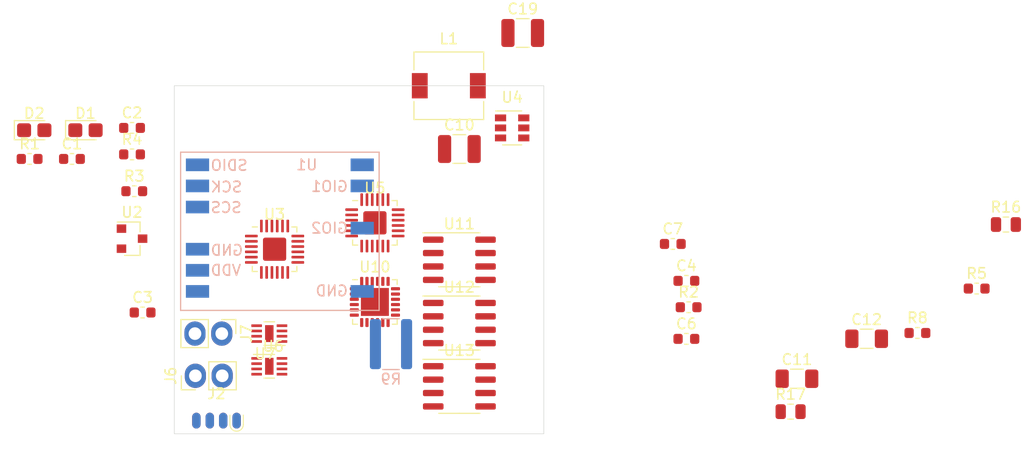
<source format=kicad_pcb>
(kicad_pcb (version 20200628) (host pcbnew "5.99.0-unknown-9f20c61~102~ubuntu18.04.1")

  (general
    (thickness 1.6)
    (drawings 1)
    (tracks 0)
    (modules 36)
    (nets 101)
  )

  (paper "A4")
  (title_block
    (title "Malenki-nano2")
    (date "2019-11-07")
  )

  (layers
    (0 "F.Cu" signal)
    (31 "B.Cu" signal)
    (32 "B.Adhes" user)
    (33 "F.Adhes" user)
    (34 "B.Paste" user)
    (35 "F.Paste" user)
    (36 "B.SilkS" user)
    (37 "F.SilkS" user)
    (38 "B.Mask" user)
    (39 "F.Mask" user)
    (40 "Dwgs.User" user)
    (41 "Cmts.User" user)
    (42 "Eco1.User" user)
    (43 "Eco2.User" user)
    (44 "Edge.Cuts" user)
    (45 "Margin" user)
    (46 "B.CrtYd" user)
    (47 "F.CrtYd" user)
    (48 "B.Fab" user)
    (49 "F.Fab" user)
  )

  (setup
    (stackup
      (layer "F.SilkS" (type "Top Silk Screen"))
      (layer "F.Paste" (type "Top Solder Paste"))
      (layer "F.Mask" (type "Top Solder Mask") (color "Green") (thickness 0.01))
      (layer "F.Cu" (type "copper") (thickness 0.035))
      (layer "dielectric 1" (type "core") (thickness 1.51) (material "FR4") (epsilon_r 4.5) (loss_tangent 0.02))
      (layer "B.Cu" (type "copper") (thickness 0.035))
      (layer "B.Mask" (type "Bottom Solder Mask") (color "Green") (thickness 0.01))
      (layer "B.Paste" (type "Bottom Solder Paste"))
      (layer "B.SilkS" (type "Bottom Silk Screen"))
      (copper_finish "ENIG")
      (dielectric_constraints no)
    )
    (pcbplotparams
      (layerselection 0x110fc_ffffffff)
      (usegerberextensions false)
      (usegerberattributes false)
      (usegerberadvancedattributes false)
      (creategerberjobfile false)
      (svguseinch false)
      (svgprecision 6)
      (excludeedgelayer true)
      (linewidth 0.100000)
      (plotframeref false)
      (viasonmask false)
      (mode 1)
      (useauxorigin false)
      (hpglpennumber 1)
      (hpglpenspeed 20)
      (hpglpendiameter 15.000000)
      (psnegative false)
      (psa4output false)
      (plotreference false)
      (plotvalue true)
      (plotinvisibletext false)
      (sketchpadsonfab false)
      (subtractmaskfromsilk false)
      (outputformat 1)
      (mirror false)
      (drillshape 0)
      (scaleselection 1)
      (outputdirectory "plot/")
    )
  )

  (net 0 "")
  (net 1 "GND")
  (net 2 "VBAT")
  (net 3 "BLINKY")
  (net 4 "Net-(D1-Pad1)")
  (net 5 "TXDEBUG")
  (net 6 "Net-(D2-Pad1)")
  (net 7 "UPDI")
  (net 8 "V6.0")
  (net 9 "/brushless/SWITCH")
  (net 10 "Net-(J6-Pad2)")
  (net 11 "Net-(J6-Pad1)")
  (net 12 "Net-(J7-Pad2)")
  (net 13 "Net-(J7-Pad1)")
  (net 14 "Net-(U1-Pad8)")
  (net 15 "Net-(U1-Pad1)")
  (net 16 "SPI_SCS")
  (net 17 "GIO1")
  (net 18 "SPI_SCK")
  (net 19 "SPI_SDIO")
  (net 20 "Net-(C1-Pad1)")
  (net 21 "MOTOR2R")
  (net 22 "MOTOR2F")
  (net 23 "Net-(U3-Pad11)")
  (net 24 "Net-(U3-Pad10)")
  (net 25 "MOTOR3F")
  (net 26 "MOTOR3R")
  (net 27 "MOTOR1F")
  (net 28 "/brushless/GATE_A_HI")
  (net 29 "Net-(U1-Pad4)")
  (net 30 "VSENSE")
  (net 31 "VLOGIC")
  (net 32 "Net-(R5-Pad1)")
  (net 33 "Net-(U3-Pad12)")
  (net 34 "Net-(U3-Pad9)")
  (net 35 "Net-(J2-Pad4)")
  (net 36 "Net-(J2-Pad5)")
  (net 37 "Net-(J2-Pad7)")
  (net 38 "Net-(J2-Pad2)")
  (net 39 "/brushless/GATE_A_LO")
  (net 40 "Net-(R8-Pad1)")
  (net 41 "/brushless/GND_SHUNT")
  (net 42 "/brushless/FEEDBACK")
  (net 43 "Net-(U3-Pad18)")
  (net 44 "Net-(U3-Pad17)")
  (net 45 "Net-(U3-Pad16)")
  (net 46 "Net-(U3-Pad15)")
  (net 47 "Net-(U1-Pad5)")
  (net 48 "Net-(U5-Pad24)")
  (net 49 "Net-(U5-Pad23)")
  (net 50 "Net-(U5-Pad22)")
  (net 51 "Net-(U5-Pad21)")
  (net 52 "Net-(U5-Pad20)")
  (net 53 "Net-(U5-Pad19)")
  (net 54 "Net-(U5-Pad18)")
  (net 55 "Net-(U5-Pad17)")
  (net 56 "Net-(U5-Pad16)")
  (net 57 "Net-(U5-Pad15)")
  (net 58 "Net-(U5-Pad14)")
  (net 59 "Net-(U5-Pad13)")
  (net 60 "Net-(U5-Pad12)")
  (net 61 "Net-(U5-Pad11)")
  (net 62 "Net-(U5-Pad10)")
  (net 63 "Net-(U5-Pad9)")
  (net 64 "Net-(U5-Pad8)")
  (net 65 "Net-(U5-Pad7)")
  (net 66 "Net-(U5-Pad6)")
  (net 67 "Net-(U5-Pad5)")
  (net 68 "Net-(U5-Pad4)")
  (net 69 "Net-(U5-Pad2)")
  (net 70 "Net-(U5-Pad1)")
  (net 71 "Net-(U10-Pad24)")
  (net 72 "Net-(U10-Pad23)")
  (net 73 "Net-(U10-Pad22)")
  (net 74 "Net-(U10-Pad20)")
  (net 75 "/brushless/PHASE_A")
  (net 76 "Net-(U10-Pad17)")
  (net 77 "Net-(U10-Pad16)")
  (net 78 "Net-(U10-Pad15)")
  (net 79 "Net-(U10-Pad14)")
  (net 80 "Net-(U10-Pad13)")
  (net 81 "Net-(U10-Pad12)")
  (net 82 "Net-(U10-Pad10)")
  (net 83 "Net-(U10-Pad9)")
  (net 84 "Net-(U10-Pad6)")
  (net 85 "Net-(U10-Pad4)")
  (net 86 "Net-(U10-Pad3)")
  (net 87 "Net-(U10-Pad2)")
  (net 88 "Net-(U10-Pad1)")
  (net 89 "Net-(U12-Pad8)")
  (net 90 "Net-(U12-Pad7)")
  (net 91 "/brushless/PHASE_B")
  (net 92 "Net-(U12-Pad4)")
  (net 93 "Net-(U12-Pad3)")
  (net 94 "Net-(U12-Pad2)")
  (net 95 "Net-(U13-Pad8)")
  (net 96 "Net-(U13-Pad7)")
  (net 97 "/brushless/PHASE_C")
  (net 98 "Net-(U13-Pad4)")
  (net 99 "Net-(U13-Pad3)")
  (net 100 "Net-(U13-Pad2)")

  (module "Package_SO:SOIC-8_3.9x4.9mm_P1.27mm" (layer "F.Cu") (tedit 5D9F72B1) (tstamp 7699591b-9114-424e-816c-5a0b8d6995ad)
    (at 123 90.5)
    (descr "SOIC, 8 Pin (JEDEC MS-012AA, https://www.analog.com/media/en/package-pcb-resources/package/pkg_pdf/soic_narrow-r/r_8.pdf), generated with kicad-footprint-generator ipc_gullwing_generator.py")
    (tags "SOIC SO")
    (path "/f8bd83e3-88cb-42c8-a6a2-e8d758321b0a/bc894bfd-4129-47b4-b48b-f946fbf18473")
    (attr smd)
    (fp_text reference "U13" (at 0 -3.4) (layer "F.SilkS")
      (effects (font (size 1 1) (thickness 0.15)))
    )
    (fp_text value "IRF7341TRPBF" (at 0 3.4) (layer "F.Fab")
      (effects (font (size 1 1) (thickness 0.15)))
    )
    (fp_text user "${REFERENCE}" (at 0 0) (layer "F.Fab")
      (effects (font (size 0.98 0.98) (thickness 0.15)))
    )
    (fp_line (start 3.7 -2.7) (end -3.7 -2.7) (layer "F.CrtYd") (width 0.05))
    (fp_line (start 3.7 2.7) (end 3.7 -2.7) (layer "F.CrtYd") (width 0.05))
    (fp_line (start -3.7 2.7) (end 3.7 2.7) (layer "F.CrtYd") (width 0.05))
    (fp_line (start -3.7 -2.7) (end -3.7 2.7) (layer "F.CrtYd") (width 0.05))
    (fp_line (start -1.95 -1.475) (end -0.975 -2.45) (layer "F.Fab") (width 0.1))
    (fp_line (start -1.95 2.45) (end -1.95 -1.475) (layer "F.Fab") (width 0.1))
    (fp_line (start 1.95 2.45) (end -1.95 2.45) (layer "F.Fab") (width 0.1))
    (fp_line (start 1.95 -2.45) (end 1.95 2.45) (layer "F.Fab") (width 0.1))
    (fp_line (start -0.975 -2.45) (end 1.95 -2.45) (layer "F.Fab") (width 0.1))
    (fp_line (start 0 -2.56) (end -3.45 -2.56) (layer "F.SilkS") (width 0.12))
    (fp_line (start 0 -2.56) (end 1.95 -2.56) (layer "F.SilkS") (width 0.12))
    (fp_line (start 0 2.56) (end -1.95 2.56) (layer "F.SilkS") (width 0.12))
    (fp_line (start 0 2.56) (end 1.95 2.56) (layer "F.SilkS") (width 0.12))
    (pad "8" smd roundrect (at 2.475 -1.905) (size 1.95 0.6) (layers "F.Cu" "F.Paste" "F.Mask") (roundrect_rratio 0.25)
      (net 95 "Net-(U13-Pad8)") (pinfunction "D") (tstamp 55c03e9f-fb1c-4885-b89b-48aa8a477a91))
    (pad "7" smd roundrect (at 2.475 -0.635) (size 1.95 0.6) (layers "F.Cu" "F.Paste" "F.Mask") (roundrect_rratio 0.25)
      (net 96 "Net-(U13-Pad7)") (pinfunction "D") (tstamp 561da121-322e-421a-8a0a-b63964a0c7d4))
    (pad "6" smd roundrect (at 2.475 0.635) (size 1.95 0.6) (layers "F.Cu" "F.Paste" "F.Mask") (roundrect_rratio 0.25)
      (net 97 "/brushless/PHASE_C") (pinfunction "D") (tstamp e921c7c8-18d9-4a9b-9914-3071e3d373bb))
    (pad "5" smd roundrect (at 2.475 1.905) (size 1.95 0.6) (layers "F.Cu" "F.Paste" "F.Mask") (roundrect_rratio 0.25)
      (net 97 "/brushless/PHASE_C") (pinfunction "D") (tstamp 0926e262-789d-4f64-a076-0888a068897d))
    (pad "4" smd roundrect (at -2.475 1.905) (size 1.95 0.6) (layers "F.Cu" "F.Paste" "F.Mask") (roundrect_rratio 0.25)
      (net 98 "Net-(U13-Pad4)") (pinfunction "G") (tstamp c2aa0a87-23a4-4efd-98a6-7177cde44721))
    (pad "3" smd roundrect (at -2.475 0.635) (size 1.95 0.6) (layers "F.Cu" "F.Paste" "F.Mask") (roundrect_rratio 0.25)
      (net 99 "Net-(U13-Pad3)") (pinfunction "S") (tstamp 281e0824-22c2-44e9-8119-861a1c24e206))
    (pad "2" smd roundrect (at -2.475 -0.635) (size 1.95 0.6) (layers "F.Cu" "F.Paste" "F.Mask") (roundrect_rratio 0.25)
      (net 100 "Net-(U13-Pad2)") (pinfunction "G") (tstamp 5b2fffcb-9b4a-46b0-b89e-6cedabfbe3b8))
    (pad "1" smd roundrect (at -2.475 -1.905) (size 1.95 0.6) (layers "F.Cu" "F.Paste" "F.Mask") (roundrect_rratio 0.25)
      (net 97 "/brushless/PHASE_C") (pinfunction "S") (tstamp f639a615-711d-43b9-9661-bd1cedba2bdd))
    (model "${KISYS3DMOD}/Package_SO.3dshapes/SOIC-8_3.9x4.9mm_P1.27mm.wrl"
      (at (xyz 0 0 0))
      (scale (xyz 1 1 1))
      (rotate (xyz 0 0 0))
    )
  )

  (module "Package_SO:SOIC-8_3.9x4.9mm_P1.27mm" (layer "F.Cu") (tedit 5D9F72B1) (tstamp faaa65bd-fc83-4275-9d42-e92dcbe3e0ff)
    (at 123 84.5)
    (descr "SOIC, 8 Pin (JEDEC MS-012AA, https://www.analog.com/media/en/package-pcb-resources/package/pkg_pdf/soic_narrow-r/r_8.pdf), generated with kicad-footprint-generator ipc_gullwing_generator.py")
    (tags "SOIC SO")
    (path "/f8bd83e3-88cb-42c8-a6a2-e8d758321b0a/380602f5-1952-4263-8772-0998c86c3074")
    (attr smd)
    (fp_text reference "U12" (at 0 -3.4) (layer "F.SilkS")
      (effects (font (size 1 1) (thickness 0.15)))
    )
    (fp_text value "IRF7341TRPBF" (at 0 3.4) (layer "F.Fab")
      (effects (font (size 1 1) (thickness 0.15)))
    )
    (fp_text user "${REFERENCE}" (at 0 0) (layer "F.Fab")
      (effects (font (size 0.98 0.98) (thickness 0.15)))
    )
    (fp_line (start 3.7 -2.7) (end -3.7 -2.7) (layer "F.CrtYd") (width 0.05))
    (fp_line (start 3.7 2.7) (end 3.7 -2.7) (layer "F.CrtYd") (width 0.05))
    (fp_line (start -3.7 2.7) (end 3.7 2.7) (layer "F.CrtYd") (width 0.05))
    (fp_line (start -3.7 -2.7) (end -3.7 2.7) (layer "F.CrtYd") (width 0.05))
    (fp_line (start -1.95 -1.475) (end -0.975 -2.45) (layer "F.Fab") (width 0.1))
    (fp_line (start -1.95 2.45) (end -1.95 -1.475) (layer "F.Fab") (width 0.1))
    (fp_line (start 1.95 2.45) (end -1.95 2.45) (layer "F.Fab") (width 0.1))
    (fp_line (start 1.95 -2.45) (end 1.95 2.45) (layer "F.Fab") (width 0.1))
    (fp_line (start -0.975 -2.45) (end 1.95 -2.45) (layer "F.Fab") (width 0.1))
    (fp_line (start 0 -2.56) (end -3.45 -2.56) (layer "F.SilkS") (width 0.12))
    (fp_line (start 0 -2.56) (end 1.95 -2.56) (layer "F.SilkS") (width 0.12))
    (fp_line (start 0 2.56) (end -1.95 2.56) (layer "F.SilkS") (width 0.12))
    (fp_line (start 0 2.56) (end 1.95 2.56) (layer "F.SilkS") (width 0.12))
    (pad "8" smd roundrect (at 2.475 -1.905) (size 1.95 0.6) (layers "F.Cu" "F.Paste" "F.Mask") (roundrect_rratio 0.25)
      (net 89 "Net-(U12-Pad8)") (pinfunction "D") (tstamp 55c03e9f-fb1c-4885-b89b-48aa8a477a91))
    (pad "7" smd roundrect (at 2.475 -0.635) (size 1.95 0.6) (layers "F.Cu" "F.Paste" "F.Mask") (roundrect_rratio 0.25)
      (net 90 "Net-(U12-Pad7)") (pinfunction "D") (tstamp 561da121-322e-421a-8a0a-b63964a0c7d4))
    (pad "6" smd roundrect (at 2.475 0.635) (size 1.95 0.6) (layers "F.Cu" "F.Paste" "F.Mask") (roundrect_rratio 0.25)
      (net 91 "/brushless/PHASE_B") (pinfunction "D") (tstamp e921c7c8-18d9-4a9b-9914-3071e3d373bb))
    (pad "5" smd roundrect (at 2.475 1.905) (size 1.95 0.6) (layers "F.Cu" "F.Paste" "F.Mask") (roundrect_rratio 0.25)
      (net 91 "/brushless/PHASE_B") (pinfunction "D") (tstamp 0926e262-789d-4f64-a076-0888a068897d))
    (pad "4" smd roundrect (at -2.475 1.905) (size 1.95 0.6) (layers "F.Cu" "F.Paste" "F.Mask") (roundrect_rratio 0.25)
      (net 92 "Net-(U12-Pad4)") (pinfunction "G") (tstamp c2aa0a87-23a4-4efd-98a6-7177cde44721))
    (pad "3" smd roundrect (at -2.475 0.635) (size 1.95 0.6) (layers "F.Cu" "F.Paste" "F.Mask") (roundrect_rratio 0.25)
      (net 93 "Net-(U12-Pad3)") (pinfunction "S") (tstamp 281e0824-22c2-44e9-8119-861a1c24e206))
    (pad "2" smd roundrect (at -2.475 -0.635) (size 1.95 0.6) (layers "F.Cu" "F.Paste" "F.Mask") (roundrect_rratio 0.25)
      (net 94 "Net-(U12-Pad2)") (pinfunction "G") (tstamp 5b2fffcb-9b4a-46b0-b89e-6cedabfbe3b8))
    (pad "1" smd roundrect (at -2.475 -1.905) (size 1.95 0.6) (layers "F.Cu" "F.Paste" "F.Mask") (roundrect_rratio 0.25)
      (net 91 "/brushless/PHASE_B") (pinfunction "S") (tstamp f639a615-711d-43b9-9661-bd1cedba2bdd))
    (model "${KISYS3DMOD}/Package_SO.3dshapes/SOIC-8_3.9x4.9mm_P1.27mm.wrl"
      (at (xyz 0 0 0))
      (scale (xyz 1 1 1))
      (rotate (xyz 0 0 0))
    )
  )

  (module "Package_SO:SOIC-8_3.9x4.9mm_P1.27mm" (layer "F.Cu") (tedit 5D9F72B1) (tstamp ce879e98-8d72-4102-83a8-feaebb6ffec4)
    (at 123 78.5)
    (descr "SOIC, 8 Pin (JEDEC MS-012AA, https://www.analog.com/media/en/package-pcb-resources/package/pkg_pdf/soic_narrow-r/r_8.pdf), generated with kicad-footprint-generator ipc_gullwing_generator.py")
    (tags "SOIC SO")
    (path "/f8bd83e3-88cb-42c8-a6a2-e8d758321b0a/0ca18e0c-39d3-438d-8390-5693a7c4fc84")
    (attr smd)
    (fp_text reference "U11" (at 0 -3.4) (layer "F.SilkS")
      (effects (font (size 1 1) (thickness 0.15)))
    )
    (fp_text value "IRF7341TRPBF" (at 0 3.4) (layer "F.Fab")
      (effects (font (size 1 1) (thickness 0.15)))
    )
    (fp_text user "${REFERENCE}" (at 0 0) (layer "F.Fab")
      (effects (font (size 0.98 0.98) (thickness 0.15)))
    )
    (fp_line (start 3.7 -2.7) (end -3.7 -2.7) (layer "F.CrtYd") (width 0.05))
    (fp_line (start 3.7 2.7) (end 3.7 -2.7) (layer "F.CrtYd") (width 0.05))
    (fp_line (start -3.7 2.7) (end 3.7 2.7) (layer "F.CrtYd") (width 0.05))
    (fp_line (start -3.7 -2.7) (end -3.7 2.7) (layer "F.CrtYd") (width 0.05))
    (fp_line (start -1.95 -1.475) (end -0.975 -2.45) (layer "F.Fab") (width 0.1))
    (fp_line (start -1.95 2.45) (end -1.95 -1.475) (layer "F.Fab") (width 0.1))
    (fp_line (start 1.95 2.45) (end -1.95 2.45) (layer "F.Fab") (width 0.1))
    (fp_line (start 1.95 -2.45) (end 1.95 2.45) (layer "F.Fab") (width 0.1))
    (fp_line (start -0.975 -2.45) (end 1.95 -2.45) (layer "F.Fab") (width 0.1))
    (fp_line (start 0 -2.56) (end -3.45 -2.56) (layer "F.SilkS") (width 0.12))
    (fp_line (start 0 -2.56) (end 1.95 -2.56) (layer "F.SilkS") (width 0.12))
    (fp_line (start 0 2.56) (end -1.95 2.56) (layer "F.SilkS") (width 0.12))
    (fp_line (start 0 2.56) (end 1.95 2.56) (layer "F.SilkS") (width 0.12))
    (pad "8" smd roundrect (at 2.475 -1.905) (size 1.95 0.6) (layers "F.Cu" "F.Paste" "F.Mask") (roundrect_rratio 0.25)
      (net 2 "VBAT") (pinfunction "D") (tstamp 55c03e9f-fb1c-4885-b89b-48aa8a477a91))
    (pad "7" smd roundrect (at 2.475 -0.635) (size 1.95 0.6) (layers "F.Cu" "F.Paste" "F.Mask") (roundrect_rratio 0.25)
      (net 2 "VBAT") (pinfunction "D") (tstamp 561da121-322e-421a-8a0a-b63964a0c7d4))
    (pad "6" smd roundrect (at 2.475 0.635) (size 1.95 0.6) (layers "F.Cu" "F.Paste" "F.Mask") (roundrect_rratio 0.25)
      (net 75 "/brushless/PHASE_A") (pinfunction "D") (tstamp e921c7c8-18d9-4a9b-9914-3071e3d373bb))
    (pad "5" smd roundrect (at 2.475 1.905) (size 1.95 0.6) (layers "F.Cu" "F.Paste" "F.Mask") (roundrect_rratio 0.25)
      (net 75 "/brushless/PHASE_A") (pinfunction "D") (tstamp 0926e262-789d-4f64-a076-0888a068897d))
    (pad "4" smd roundrect (at -2.475 1.905) (size 1.95 0.6) (layers "F.Cu" "F.Paste" "F.Mask") (roundrect_rratio 0.25)
      (net 39 "/brushless/GATE_A_LO") (pinfunction "G") (tstamp c2aa0a87-23a4-4efd-98a6-7177cde44721))
    (pad "3" smd roundrect (at -2.475 0.635) (size 1.95 0.6) (layers "F.Cu" "F.Paste" "F.Mask") (roundrect_rratio 0.25)
      (net 41 "/brushless/GND_SHUNT") (pinfunction "S") (tstamp 281e0824-22c2-44e9-8119-861a1c24e206))
    (pad "2" smd roundrect (at -2.475 -0.635) (size 1.95 0.6) (layers "F.Cu" "F.Paste" "F.Mask") (roundrect_rratio 0.25)
      (net 28 "/brushless/GATE_A_HI") (pinfunction "G") (tstamp 5b2fffcb-9b4a-46b0-b89e-6cedabfbe3b8))
    (pad "1" smd roundrect (at -2.475 -1.905) (size 1.95 0.6) (layers "F.Cu" "F.Paste" "F.Mask") (roundrect_rratio 0.25)
      (net 75 "/brushless/PHASE_A") (pinfunction "S") (tstamp f639a615-711d-43b9-9661-bd1cedba2bdd))
    (model "${KISYS3DMOD}/Package_SO.3dshapes/SOIC-8_3.9x4.9mm_P1.27mm.wrl"
      (at (xyz 0 0 0))
      (scale (xyz 1 1 1))
      (rotate (xyz 0 0 0))
    )
  )

  (module "Package_DFN_QFN:QFN-24-1EP_4x4mm_P0.5mm_EP2.65x2.65mm" (layer "F.Cu") (tedit 5DC5F6A3) (tstamp 35ba3557-cdcd-4392-b966-ec67ac17247b)
    (at 115 82.5)
    (descr "QFN, 24 Pin (http://www.cypress.com/file/46236/download), generated with kicad-footprint-generator ipc_noLead_generator.py")
    (tags "QFN NoLead")
    (path "/f8bd83e3-88cb-42c8-a6a2-e8d758321b0a/e3df6b39-7652-4ffe-b64c-4edc674aadeb")
    (attr smd)
    (fp_text reference "U10" (at 0 -3.32) (layer "F.SilkS")
      (effects (font (size 1 1) (thickness 0.15)))
    )
    (fp_text value "FD6288Q" (at 0 3.32) (layer "F.Fab")
      (effects (font (size 1 1) (thickness 0.15)))
    )
    (fp_text user "${REFERENCE}" (at 0 0) (layer "F.Fab")
      (effects (font (size 1 1) (thickness 0.15)))
    )
    (fp_line (start 2.62 -2.62) (end -2.62 -2.62) (layer "F.CrtYd") (width 0.05))
    (fp_line (start 2.62 2.62) (end 2.62 -2.62) (layer "F.CrtYd") (width 0.05))
    (fp_line (start -2.62 2.62) (end 2.62 2.62) (layer "F.CrtYd") (width 0.05))
    (fp_line (start -2.62 -2.62) (end -2.62 2.62) (layer "F.CrtYd") (width 0.05))
    (fp_line (start -2 -1) (end -1 -2) (layer "F.Fab") (width 0.1))
    (fp_line (start -2 2) (end -2 -1) (layer "F.Fab") (width 0.1))
    (fp_line (start 2 2) (end -2 2) (layer "F.Fab") (width 0.1))
    (fp_line (start 2 -2) (end 2 2) (layer "F.Fab") (width 0.1))
    (fp_line (start -1 -2) (end 2 -2) (layer "F.Fab") (width 0.1))
    (fp_line (start -1.66 -2.11) (end -2.11 -2.11) (layer "F.SilkS") (width 0.12))
    (fp_line (start 2.11 2.11) (end 2.11 1.66) (layer "F.SilkS") (width 0.12))
    (fp_line (start 1.66 2.11) (end 2.11 2.11) (layer "F.SilkS") (width 0.12))
    (fp_line (start -2.11 2.11) (end -2.11 1.66) (layer "F.SilkS") (width 0.12))
    (fp_line (start -1.66 2.11) (end -2.11 2.11) (layer "F.SilkS") (width 0.12))
    (fp_line (start 2.11 -2.11) (end 2.11 -1.66) (layer "F.SilkS") (width 0.12))
    (fp_line (start 1.66 -2.11) (end 2.11 -2.11) (layer "F.SilkS") (width 0.12))
    (pad "" smd roundrect (at 0.66 0.66) (size 1.07 1.07) (layers "F.Paste") (roundrect_rratio 0.233645) (tstamp 8c10ae0d-cb3a-4c2c-8b60-96fc1f93a69c))
    (pad "" smd roundrect (at 0.66 -0.66) (size 1.07 1.07) (layers "F.Paste") (roundrect_rratio 0.233645) (tstamp f0207008-3336-4a07-889c-ced2f1894587))
    (pad "" smd roundrect (at -0.66 0.66) (size 1.07 1.07) (layers "F.Paste") (roundrect_rratio 0.233645) (tstamp 840e34a9-a92d-4298-977c-96832fca5290))
    (pad "" smd roundrect (at -0.66 -0.66) (size 1.07 1.07) (layers "F.Paste") (roundrect_rratio 0.233645) (tstamp f67f7db1-851c-499e-8d87-2bc5bfbeba69))
    (pad "25" smd rect (at 0 0) (size 2.65 2.65) (layers "F.Cu" "F.Mask") (tstamp 775ad249-694e-49f3-97c4-047f0b2d41ec))
    (pad "24" smd roundrect (at -1.25 -1.95) (size 0.3 0.85) (layers "F.Cu" "F.Paste" "F.Mask") (roundrect_rratio 0.25)
      (net 71 "Net-(U10-Pad24)") (pinfunction "HIN3") (tstamp abdbf803-b10e-4747-8247-c923f2091fdf))
    (pad "23" smd roundrect (at -0.75 -1.95) (size 0.3 0.85) (layers "F.Cu" "F.Paste" "F.Mask") (roundrect_rratio 0.25)
      (net 72 "Net-(U10-Pad23)") (pinfunction "HIN2") (tstamp 02193bbd-f821-4c9c-89a8-2b7950e0aac0))
    (pad "22" smd roundrect (at -0.25 -1.95) (size 0.3 0.85) (layers "F.Cu" "F.Paste" "F.Mask") (roundrect_rratio 0.25)
      (net 73 "Net-(U10-Pad22)") (pinfunction "HIN1") (tstamp 983bef7e-43cc-4eac-ab5c-d93aae5f78d3))
    (pad "21" smd roundrect (at 0.25 -1.95) (size 0.3 0.85) (layers "F.Cu" "F.Paste" "F.Mask") (roundrect_rratio 0.25) (tstamp ee035a84-1f91-44a2-94a5-7715e2679a4f))
    (pad "20" smd roundrect (at 0.75 -1.95) (size 0.3 0.85) (layers "F.Cu" "F.Paste" "F.Mask") (roundrect_rratio 0.25)
      (net 74 "Net-(U10-Pad20)") (pinfunction "VB1") (tstamp 368d43ac-bc00-4ac9-a89f-f8c0778bca68))
    (pad "19" smd roundrect (at 1.25 -1.95) (size 0.3 0.85) (layers "F.Cu" "F.Paste" "F.Mask") (roundrect_rratio 0.25)
      (net 32 "Net-(R5-Pad1)") (pinfunction "HO1") (tstamp dc1f2e85-ceac-4534-bb8a-1ba91585fbcf))
    (pad "18" smd roundrect (at 1.95 -1.25) (size 0.85 0.3) (layers "F.Cu" "F.Paste" "F.Mask") (roundrect_rratio 0.25)
      (net 75 "/brushless/PHASE_A") (pinfunction "VS1") (tstamp fb4047dc-0629-4300-957f-e78468f3b91c))
    (pad "17" smd roundrect (at 1.95 -0.75) (size 0.85 0.3) (layers "F.Cu" "F.Paste" "F.Mask") (roundrect_rratio 0.25)
      (net 76 "Net-(U10-Pad17)") (pinfunction "VB2") (tstamp e14ef581-db7c-4e21-8a67-f1223e2e09f1))
    (pad "16" smd roundrect (at 1.95 -0.25) (size 0.85 0.3) (layers "F.Cu" "F.Paste" "F.Mask") (roundrect_rratio 0.25)
      (net 77 "Net-(U10-Pad16)") (pinfunction "HO2") (tstamp 822b0802-8db6-4156-b25a-327d0cecc562))
    (pad "15" smd roundrect (at 1.95 0.25) (size 0.85 0.3) (layers "F.Cu" "F.Paste" "F.Mask") (roundrect_rratio 0.25)
      (net 78 "Net-(U10-Pad15)") (pinfunction "VS2") (tstamp 7a15ba62-da67-4bdb-9095-e0779df4f78f))
    (pad "14" smd roundrect (at 1.95 0.75) (size 0.85 0.3) (layers "F.Cu" "F.Paste" "F.Mask") (roundrect_rratio 0.25)
      (net 79 "Net-(U10-Pad14)") (pinfunction "VB3") (tstamp 91353e1e-66ee-4779-afce-79ab0467c3a6))
    (pad "13" smd roundrect (at 1.95 1.25) (size 0.85 0.3) (layers "F.Cu" "F.Paste" "F.Mask") (roundrect_rratio 0.25)
      (net 80 "Net-(U10-Pad13)") (pinfunction "HO3") (tstamp 6cc99f16-e3fd-4add-b362-2b7cf96e6657))
    (pad "12" smd roundrect (at 1.25 1.95) (size 0.3 0.85) (layers "F.Cu" "F.Paste" "F.Mask") (roundrect_rratio 0.25)
      (net 81 "Net-(U10-Pad12)") (pinfunction "VS3") (tstamp 905f4227-6a8d-4d3d-bdcd-c78c2af4d16e))
    (pad "11" smd roundrect (at 0.75 1.95) (size 0.3 0.85) (layers "F.Cu" "F.Paste" "F.Mask") (roundrect_rratio 0.25)
      (net 40 "Net-(R8-Pad1)") (pinfunction "LO1") (tstamp 96e8ec39-5d7e-47a1-a943-8353b7246fa7))
    (pad "10" smd roundrect (at 0.25 1.95) (size 0.3 0.85) (layers "F.Cu" "F.Paste" "F.Mask") (roundrect_rratio 0.25)
      (net 82 "Net-(U10-Pad10)") (pinfunction "LO2") (tstamp cd8f1499-a1bf-4fcd-abf8-56abcfc017ae))
    (pad "9" smd roundrect (at -0.25 1.95) (size 0.3 0.85) (layers "F.Cu" "F.Paste" "F.Mask") (roundrect_rratio 0.25)
      (net 83 "Net-(U10-Pad9)") (pinfunction "LO3") (tstamp fa172d77-c4e1-45f3-a577-64ffc1db79c2))
    (pad "8" smd roundrect (at -0.75 1.95) (size 0.3 0.85) (layers "F.Cu" "F.Paste" "F.Mask") (roundrect_rratio 0.25) (tstamp 42fbe9bd-b1af-45ed-9b78-a77bee004070))
    (pad "7" smd roundrect (at -1.25 1.95) (size 0.3 0.85) (layers "F.Cu" "F.Paste" "F.Mask") (roundrect_rratio 0.25) (tstamp 272cf962-6940-4b89-b96e-a9cca5bcd1b8))
    (pad "6" smd roundrect (at -1.95 1.25) (size 0.85 0.3) (layers "F.Cu" "F.Paste" "F.Mask") (roundrect_rratio 0.25)
      (net 84 "Net-(U10-Pad6)") (pinfunction "COM") (tstamp a10f154f-a80f-4b31-a9aa-bf5a236fbf44))
    (pad "5" smd roundrect (at -1.95 0.75) (size 0.85 0.3) (layers "F.Cu" "F.Paste" "F.Mask") (roundrect_rratio 0.25) (tstamp 3694987d-5a5a-4143-84c8-af88facb540a))
    (pad "4" smd roundrect (at -1.95 0.25) (size 0.85 0.3) (layers "F.Cu" "F.Paste" "F.Mask") (roundrect_rratio 0.25)
      (net 85 "Net-(U10-Pad4)") (pinfunction "VCC") (tstamp 6462c0e2-6e35-4e84-91ea-4432cd517dc2))
    (pad "3" smd roundrect (at -1.95 -0.25) (size 0.85 0.3) (layers "F.Cu" "F.Paste" "F.Mask") (roundrect_rratio 0.25)
      (net 86 "Net-(U10-Pad3)") (pinfunction "LIN3") (tstamp 54938137-9341-4da3-ab76-606699486302))
    (pad "2" smd roundrect (at -1.95 -0.75) (size 0.85 0.3) (layers "F.Cu" "F.Paste" "F.Mask") (roundrect_rratio 0.25)
      (net 87 "Net-(U10-Pad2)") (pinfunction "LIN2") (tstamp b212d0ac-1070-438d-9ccd-9a18eb91ce66))
    (pad "1" smd roundrect (at -1.95 -1.25) (size 0.85 0.3) (layers "F.Cu" "F.Paste" "F.Mask") (roundrect_rratio 0.25)
      (net 88 "Net-(U10-Pad1)") (pinfunction "LIN1") (tstamp e7ff4cb6-cbc8-4d50-a389-951443b08db1))
    (model "${KISYS3DMOD}/Package_DFN_QFN.3dshapes/QFN-24-1EP_4x4mm_P0.5mm_EP2.65x2.65mm.wrl"
      (at (xyz 0 0 0))
      (scale (xyz 1 1 1))
      (rotate (xyz 0 0 0))
    )
  )

  (module "malenki-nano:WSON-8-1EP_2x2mm_P0.5mm_HAND1" (layer "F.Cu") (tedit 5E6A4D18) (tstamp 7b9e7910-f8d5-439c-b4c9-470128a6800f)
    (at 105 85.5 180)
    (descr "8-Lead Plastic WSON, 2x2mm Body, 0.5mm Pitch, WSON-8, http://www.ti.com/lit/ds/symlink/lm27761.pdf")
    (tags "WSON 8 1EP")
    (path "/00000000-0000-0000-0000-00005e3c9710")
    (attr smd)
    (fp_text reference "U7" (at 0.38 -1.9) (layer "F.SilkS")
      (effects (font (size 1 1) (thickness 0.15)))
    )
    (fp_text value "DRV8837DSGR" (at 0.01 2.14) (layer "F.Fab")
      (effects (font (size 1 1) (thickness 0.15)))
    )
    (fp_line (start -1.5 -1.12) (end 0.5 -1.12) (layer "F.SilkS") (width 0.12))
    (fp_line (start 0.5 1.12) (end -0.5 1.12) (layer "F.SilkS") (width 0.12))
    (fp_line (start -1.6 1.25) (end 1.6 1.25) (layer "F.CrtYd") (width 0.05))
    (fp_line (start -1.6 -1.25) (end 1.6 -1.25) (layer "F.CrtYd") (width 0.05))
    (fp_line (start 1.6 -1.25) (end 1.6 1.25) (layer "F.CrtYd") (width 0.05))
    (fp_line (start -1.6 -1.25) (end -1.6 1.25) (layer "F.CrtYd") (width 0.05))
    (fp_line (start -0.5 -1) (end 1 -1) (layer "F.Fab") (width 0.1))
    (fp_line (start 1 -1) (end 1 1) (layer "F.Fab") (width 0.1))
    (fp_line (start 1 1) (end -1 1) (layer "F.Fab") (width 0.1))
    (fp_line (start -1 1) (end -1 -0.5) (layer "F.Fab") (width 0.1))
    (fp_line (start -0.5 -1) (end -1 -0.5) (layer "F.Fab") (width 0.1))
    (fp_text user "${REFERENCE}" (at 0 0) (layer "F.Fab")
      (effects (font (size 0.7 0.7) (thickness 0.1)))
    )
    (pad "" smd rect (at 0 -0.4 180) (size 0.6 0.65) (layers "F.Paste") (tstamp 5e0b68a1-ac86-43e1-b3f0-fb5d0d224a76))
    (pad "" smd rect (at 0 0.4 180) (size 0.6 0.65) (layers "F.Paste") (tstamp e62cb38f-8a3d-4835-9dc8-4572c8943dca))
    (pad "6" smd rect (at 1.2 0.25 180) (size 1 0.25) (layers "F.Cu" "F.Paste" "F.Mask")
      (net 25 "MOTOR3F") (pinfunction "IN1") (tstamp c67a20ba-f116-4c95-a3d8-f644f13bb455))
    (pad "5" smd rect (at 1.2 0.75 180) (size 1 0.25) (layers "F.Cu" "F.Paste" "F.Mask")
      (net 26 "MOTOR3R") (pinfunction "IN2") (tstamp 5bb5e734-0676-4a43-a522-9f40fe1c377e))
    (pad "4" smd rect (at -1.2 0.75 180) (size 1 0.25) (layers "F.Cu" "F.Paste" "F.Mask")
      (net 1 "GND") (pinfunction "GND") (tstamp 2ff93c3c-419d-488e-bf37-80b370f740c5))
    (pad "2" smd rect (at -1.2 -0.25 180) (size 1 0.25) (layers "F.Cu" "F.Paste" "F.Mask")
      (net 12 "Net-(J7-Pad2)") (pinfunction "OUT1") (tstamp f84d6e4c-5263-4f76-b3b0-c115e2c01649))
    (pad "1" smd rect (at -1.2 -0.75 180) (size 1 0.25) (layers "F.Cu" "F.Paste" "F.Mask")
      (net 8 "V6.0") (pinfunction "VM") (tstamp 2ff56fe0-a726-45c7-9524-c372409f412c))
    (pad "9" smd rect (at 0 0 180) (size 0.8 1.6) (layers "F.Cu" "F.Mask")
      (net 1 "GND") (pinfunction "GND") (tstamp d707f3c9-82e8-425a-a0ad-58a889503dba))
    (pad "8" smd rect (at 1.2 -0.75 180) (size 1 0.25) (layers "F.Cu" "F.Paste" "F.Mask")
      (net 31 "VLOGIC") (pinfunction "VCC") (tstamp f8fcf7cf-b52a-44fb-b694-3d70fa737ec9))
    (pad "7" smd rect (at 1.2 -0.25 180) (size 1 0.25) (layers "F.Cu" "F.Paste" "F.Mask")
      (net 31 "VLOGIC") (pinfunction "~SLEEP") (tstamp 8dda535a-2554-4ec5-bf86-76cbfd038745))
    (pad "3" smd rect (at -1.2 0.25 180) (size 1 0.25) (layers "F.Cu" "F.Paste" "F.Mask")
      (net 13 "Net-(J7-Pad1)") (pinfunction "OUT2") (tstamp 0a56f6d2-07e2-4149-a997-ebd62fa03e4d))
    (model "${KISYS3DMOD}/Package_SON.3dshapes/WSON-8-1EP_2x2mm_P0.5mm_EP0.9x1.6mm.wrl"
      (at (xyz 0 0 0))
      (scale (xyz 1 1 1))
      (rotate (xyz 0 0 0))
    )
  )

  (module "malenki-nano:WSON-8-1EP_2x2mm_P0.5mm_HAND1" (layer "F.Cu") (tedit 5E6A4D18) (tstamp 267c4583-60c4-46ff-837a-4c5fb5216559)
    (at 105 88.6)
    (descr "8-Lead Plastic WSON, 2x2mm Body, 0.5mm Pitch, WSON-8, http://www.ti.com/lit/ds/symlink/lm27761.pdf")
    (tags "WSON 8 1EP")
    (path "/00000000-0000-0000-0000-00005e3b805f")
    (attr smd)
    (fp_text reference "U6" (at 0.38 -1.9) (layer "F.SilkS")
      (effects (font (size 1 1) (thickness 0.15)))
    )
    (fp_text value "DRV8837DSGR" (at 0.01 2.14) (layer "F.Fab")
      (effects (font (size 1 1) (thickness 0.15)))
    )
    (fp_line (start -1.5 -1.12) (end 0.5 -1.12) (layer "F.SilkS") (width 0.12))
    (fp_line (start 0.5 1.12) (end -0.5 1.12) (layer "F.SilkS") (width 0.12))
    (fp_line (start -1.6 1.25) (end 1.6 1.25) (layer "F.CrtYd") (width 0.05))
    (fp_line (start -1.6 -1.25) (end 1.6 -1.25) (layer "F.CrtYd") (width 0.05))
    (fp_line (start 1.6 -1.25) (end 1.6 1.25) (layer "F.CrtYd") (width 0.05))
    (fp_line (start -1.6 -1.25) (end -1.6 1.25) (layer "F.CrtYd") (width 0.05))
    (fp_line (start -0.5 -1) (end 1 -1) (layer "F.Fab") (width 0.1))
    (fp_line (start 1 -1) (end 1 1) (layer "F.Fab") (width 0.1))
    (fp_line (start 1 1) (end -1 1) (layer "F.Fab") (width 0.1))
    (fp_line (start -1 1) (end -1 -0.5) (layer "F.Fab") (width 0.1))
    (fp_line (start -0.5 -1) (end -1 -0.5) (layer "F.Fab") (width 0.1))
    (fp_text user "${REFERENCE}" (at 0 0) (layer "F.Fab")
      (effects (font (size 0.7 0.7) (thickness 0.1)))
    )
    (pad "" smd rect (at 0 -0.4) (size 0.6 0.65) (layers "F.Paste") (tstamp 5e0b68a1-ac86-43e1-b3f0-fb5d0d224a76))
    (pad "" smd rect (at 0 0.4) (size 0.6 0.65) (layers "F.Paste") (tstamp e62cb38f-8a3d-4835-9dc8-4572c8943dca))
    (pad "6" smd rect (at 1.2 0.25) (size 1 0.25) (layers "F.Cu" "F.Paste" "F.Mask")
      (net 22 "MOTOR2F") (pinfunction "IN1") (tstamp c67a20ba-f116-4c95-a3d8-f644f13bb455))
    (pad "5" smd rect (at 1.2 0.75) (size 1 0.25) (layers "F.Cu" "F.Paste" "F.Mask")
      (net 21 "MOTOR2R") (pinfunction "IN2") (tstamp 5bb5e734-0676-4a43-a522-9f40fe1c377e))
    (pad "4" smd rect (at -1.2 0.75) (size 1 0.25) (layers "F.Cu" "F.Paste" "F.Mask")
      (net 1 "GND") (pinfunction "GND") (tstamp 2ff93c3c-419d-488e-bf37-80b370f740c5))
    (pad "2" smd rect (at -1.2 -0.25) (size 1 0.25) (layers "F.Cu" "F.Paste" "F.Mask")
      (net 10 "Net-(J6-Pad2)") (pinfunction "OUT1") (tstamp f84d6e4c-5263-4f76-b3b0-c115e2c01649))
    (pad "1" smd rect (at -1.2 -0.75) (size 1 0.25) (layers "F.Cu" "F.Paste" "F.Mask")
      (net 8 "V6.0") (pinfunction "VM") (tstamp 2ff56fe0-a726-45c7-9524-c372409f412c))
    (pad "9" smd rect (at 0 0) (size 0.8 1.6) (layers "F.Cu" "F.Mask")
      (net 1 "GND") (pinfunction "GND") (tstamp d707f3c9-82e8-425a-a0ad-58a889503dba))
    (pad "8" smd rect (at 1.2 -0.75) (size 1 0.25) (layers "F.Cu" "F.Paste" "F.Mask")
      (net 31 "VLOGIC") (pinfunction "VCC") (tstamp f8fcf7cf-b52a-44fb-b694-3d70fa737ec9))
    (pad "7" smd rect (at 1.2 -0.25) (size 1 0.25) (layers "F.Cu" "F.Paste" "F.Mask")
      (net 31 "VLOGIC") (pinfunction "~SLEEP") (tstamp 8dda535a-2554-4ec5-bf86-76cbfd038745))
    (pad "3" smd rect (at -1.2 0.25) (size 1 0.25) (layers "F.Cu" "F.Paste" "F.Mask")
      (net 11 "Net-(J6-Pad1)") (pinfunction "OUT2") (tstamp 0a56f6d2-07e2-4149-a997-ebd62fa03e4d))
    (model "${KISYS3DMOD}/Package_SON.3dshapes/WSON-8-1EP_2x2mm_P0.5mm_EP0.9x1.6mm.wrl"
      (at (xyz 0 0 0))
      (scale (xyz 1 1 1))
      (rotate (xyz 0 0 0))
    )
  )

  (module "malenki-nano:qfn24-hand1" (layer "F.Cu") (tedit 5E5CC863) (tstamp d7f0adee-73f5-4ec6-b45d-039723afa399)
    (at 115 75)
    (descr "QFN, 24 Pin (http://ww1.microchip.com/downloads/en/PackagingSpec/00000049BQ.pdf#page=278), generated with kicad-footprint-generator ipc_dfn_qfn_generator.py")
    (tags "QFN DFN_QFN")
    (path "/f8bd83e3-88cb-42c8-a6a2-e8d758321b0a/a846800d-a113-4fa2-b4af-590cd34cf3d5")
    (attr smd)
    (fp_text reference "U5" (at 0 -3.3) (layer "F.SilkS")
      (effects (font (size 1 1) (thickness 0.15)))
    )
    (fp_text value "ATtiny1617-M" (at 0 3.3) (layer "F.Fab")
      (effects (font (size 1 1) (thickness 0.15)))
    )
    (fp_text user "${REFERENCE}" (at 0 0) (layer "F.Fab")
      (effects (font (size 1 1) (thickness 0.15)))
    )
    (fp_line (start 2.6 -2.6) (end -2.6 -2.6) (layer "F.CrtYd") (width 0.05))
    (fp_line (start 2.6 2.6) (end 2.6 -2.6) (layer "F.CrtYd") (width 0.05))
    (fp_line (start -2.6 2.6) (end 2.6 2.6) (layer "F.CrtYd") (width 0.05))
    (fp_line (start -2.6 -2.6) (end -2.6 2.6) (layer "F.CrtYd") (width 0.05))
    (fp_line (start -2 -1) (end -1 -2) (layer "F.Fab") (width 0.1))
    (fp_line (start -2 2) (end -2 -1) (layer "F.Fab") (width 0.1))
    (fp_line (start 2 2) (end -2 2) (layer "F.Fab") (width 0.1))
    (fp_line (start 2 -2) (end 2 2) (layer "F.Fab") (width 0.1))
    (fp_line (start -1 -2) (end 2 -2) (layer "F.Fab") (width 0.1))
    (fp_line (start -1.635 -2.11) (end -2.11 -2.11) (layer "F.SilkS") (width 0.12))
    (fp_line (start 2.11 2.11) (end 2.11 1.635) (layer "F.SilkS") (width 0.12))
    (fp_line (start 1.635 2.11) (end 2.11 2.11) (layer "F.SilkS") (width 0.12))
    (fp_line (start -2.11 2.11) (end -2.11 1.635) (layer "F.SilkS") (width 0.12))
    (fp_line (start -1.635 2.11) (end -2.11 2.11) (layer "F.SilkS") (width 0.12))
    (fp_line (start 2.11 -2.11) (end 2.11 -1.635) (layer "F.SilkS") (width 0.12))
    (fp_line (start 1.635 -2.11) (end 2.11 -2.11) (layer "F.SilkS") (width 0.12))
    (pad "24" smd roundrect (at -1.25 -2.2) (size 0.25 1.2) (layers "F.Cu" "F.Paste" "F.Mask") (roundrect_rratio 0.25)
      (net 48 "Net-(U5-Pad24)") (pinfunction "PA1") (tstamp 6a68caf6-c56c-4758-aa4f-e945f12e14ed))
    (pad "23" smd roundrect (at -0.75 -2.2) (size 0.25 1.2) (layers "F.Cu" "F.Paste" "F.Mask") (roundrect_rratio 0.25)
      (net 49 "Net-(U5-Pad23)") (pinfunction "~RESET~/PA0") (tstamp d038540d-d7b7-484f-b136-5ea7d254a4ef))
    (pad "22" smd roundrect (at -0.25 -2.2) (size 0.25 1.2) (layers "F.Cu" "F.Paste" "F.Mask") (roundrect_rratio 0.25)
      (net 50 "Net-(U5-Pad22)") (pinfunction "PC5") (tstamp 6f80f858-5b7d-4e9d-ba2a-53b287cb0f84))
    (pad "21" smd roundrect (at 0.25 -2.2) (size 0.25 1.2) (layers "F.Cu" "F.Paste" "F.Mask") (roundrect_rratio 0.25)
      (net 51 "Net-(U5-Pad21)") (pinfunction "PC4") (tstamp d9cf2f7e-a04e-4b98-bd6b-e46d0d930a6d))
    (pad "20" smd roundrect (at 0.75 -2.2) (size 0.25 1.2) (layers "F.Cu" "F.Paste" "F.Mask") (roundrect_rratio 0.25)
      (net 52 "Net-(U5-Pad20)") (pinfunction "PC3") (tstamp 9a22f952-d5c0-4366-b530-b7c98e4bfb4e))
    (pad "19" smd roundrect (at 1.25 -2.2) (size 0.25 1.2) (layers "F.Cu" "F.Paste" "F.Mask") (roundrect_rratio 0.25)
      (net 53 "Net-(U5-Pad19)") (pinfunction "PC2") (tstamp f186679e-7dea-4c47-91a4-fecd58f50275))
    (pad "18" smd roundrect (at 2.2 -1.25) (size 1.2 0.25) (layers "F.Cu" "F.Paste" "F.Mask") (roundrect_rratio 0.25)
      (net 54 "Net-(U5-Pad18)") (pinfunction "PC1") (tstamp acca462e-bec7-4936-83ce-a30d0e77c04c))
    (pad "17" smd roundrect (at 2.2 -0.75) (size 1.2 0.25) (layers "F.Cu" "F.Paste" "F.Mask") (roundrect_rratio 0.25)
      (net 55 "Net-(U5-Pad17)") (pinfunction "PC0") (tstamp 674af90c-486b-42ae-b60f-b22edd394373))
    (pad "16" smd roundrect (at 2.2 -0.25) (size 1.2 0.25) (layers "F.Cu" "F.Paste" "F.Mask") (roundrect_rratio 0.25)
      (net 56 "Net-(U5-Pad16)") (pinfunction "PB0") (tstamp 4bcb739a-72bc-49bb-816c-d5f2ed0bd06a))
    (pad "15" smd roundrect (at 2.2 0.25) (size 1.2 0.25) (layers "F.Cu" "F.Paste" "F.Mask") (roundrect_rratio 0.25)
      (net 57 "Net-(U5-Pad15)") (pinfunction "PB1") (tstamp 91b52194-c0c4-4111-87df-1f4203ac3577))
    (pad "14" smd roundrect (at 2.2 0.75) (size 1.2 0.25) (layers "F.Cu" "F.Paste" "F.Mask") (roundrect_rratio 0.25)
      (net 58 "Net-(U5-Pad14)") (pinfunction "PB2") (tstamp ea6ceb7f-c40e-448c-9ff8-5462ea5a4838))
    (pad "13" smd roundrect (at 2.2 1.25) (size 1.2 0.25) (layers "F.Cu" "F.Paste" "F.Mask") (roundrect_rratio 0.25)
      (net 59 "Net-(U5-Pad13)") (pinfunction "PB3") (tstamp b14ad999-db06-4e79-b704-a89465b91b59))
    (pad "12" smd roundrect (at 1.25 2.2) (size 0.25 1.2) (layers "F.Cu" "F.Paste" "F.Mask") (roundrect_rratio 0.25)
      (net 60 "Net-(U5-Pad12)") (pinfunction "PB4") (tstamp 56b66a96-b6bd-4f13-869e-0133371870d6))
    (pad "11" smd roundrect (at 0.75 2.2) (size 0.25 1.2) (layers "F.Cu" "F.Paste" "F.Mask") (roundrect_rratio 0.25)
      (net 61 "Net-(U5-Pad11)") (pinfunction "PB5") (tstamp 9b1131a4-ffee-478f-831e-564de4521fdc))
    (pad "10" smd roundrect (at 0.25 2.2) (size 0.25 1.2) (layers "F.Cu" "F.Paste" "F.Mask") (roundrect_rratio 0.25)
      (net 62 "Net-(U5-Pad10)") (pinfunction "PB6") (tstamp 65c5c422-0ce9-40be-9516-7b225b38517e))
    (pad "9" smd roundrect (at -0.25 2.2) (size 0.25 1.2) (layers "F.Cu" "F.Paste" "F.Mask") (roundrect_rratio 0.25)
      (net 63 "Net-(U5-Pad9)") (pinfunction "PB7") (tstamp 1066bbea-1515-4524-8b42-ccf38133fa80))
    (pad "8" smd roundrect (at -0.75 2.2) (size 0.25 1.2) (layers "F.Cu" "F.Paste" "F.Mask") (roundrect_rratio 0.25)
      (net 64 "Net-(U5-Pad8)") (pinfunction "PA7") (tstamp cb7e8f6b-1ba3-44a1-8c45-15456d982a31))
    (pad "7" smd roundrect (at -1.25 2.2) (size 0.25 1.2) (layers "F.Cu" "F.Paste" "F.Mask") (roundrect_rratio 0.25)
      (net 65 "Net-(U5-Pad7)") (pinfunction "PA6") (tstamp 5f9fcea8-015a-4570-ade8-32321ba829c4))
    (pad "6" smd roundrect (at -2.2 1.25) (size 1.2 0.25) (layers "F.Cu" "F.Paste" "F.Mask") (roundrect_rratio 0.25)
      (net 66 "Net-(U5-Pad6)") (pinfunction "PA5") (tstamp 944f8e75-17a1-40bc-8647-7c4712201f15))
    (pad "5" smd roundrect (at -2.2 0.75) (size 1.2 0.25) (layers "F.Cu" "F.Paste" "F.Mask") (roundrect_rratio 0.25)
      (net 67 "Net-(U5-Pad5)") (pinfunction "PA4") (tstamp e4517e76-3c49-461c-9ec4-034a486880ec))
    (pad "4" smd roundrect (at -2.2 0.25) (size 1.2 0.25) (layers "F.Cu" "F.Paste" "F.Mask") (roundrect_rratio 0.25)
      (net 68 "Net-(U5-Pad4)") (pinfunction "VCC") (tstamp d60c90a2-4a0d-48eb-9f5d-e6bfd1a4fa87))
    (pad "3" smd roundrect (at -2.2 -0.25) (size 1.2 0.25) (layers "F.Cu" "F.Paste" "F.Mask") (roundrect_rratio 0.25)
      (net 1 "GND") (pinfunction "GND") (tstamp 4ea4bb78-7bc2-4b8e-9078-d3a3f534663e))
    (pad "2" smd roundrect (at -2.2 -0.75) (size 1.2 0.25) (layers "F.Cu" "F.Paste" "F.Mask") (roundrect_rratio 0.25)
      (net 69 "Net-(U5-Pad2)") (pinfunction "PA3") (tstamp bb967901-1436-4191-9bcf-c9cd37cdb817))
    (pad "1" smd roundrect (at -2.2 -1.25) (size 1.2 0.25) (layers "F.Cu" "F.Paste" "F.Mask") (roundrect_rratio 0.25)
      (net 70 "Net-(U5-Pad1)") (pinfunction "PA2") (tstamp adce5f0c-56e9-49b7-ae87-7df95a48a8dd))
    (pad "" smd roundrect (at 0.65 0.65) (size 0.8 0.8) (layers "F.Paste") (roundrect_rratio 0.238) (tstamp bb8554ef-1139-4504-b31c-2047379287bc))
    (pad "" smd roundrect (at 0.65 -0.65) (size 0.8 0.8) (layers "F.Paste") (roundrect_rratio 0.238) (tstamp bd846beb-9cb8-43a1-b6cc-46e3321342d6))
    (pad "" smd roundrect (at -0.65 0.65) (size 0.8 0.8) (layers "F.Paste") (roundrect_rratio 0.238) (tstamp 37f77e1d-d5fa-43c2-8133-3de92321a016))
    (pad "" smd roundrect (at -0.65 -0.65) (size 0.8 0.8) (layers "F.Paste") (roundrect_rratio 0.238) (tstamp f88e1ba0-1835-45b0-9199-22579358188e))
    (pad "25" smd roundrect (at 0 0) (size 2.2 2.2) (layers "F.Cu" "F.Mask") (roundrect_rratio 0.096)
      (net 1 "GND") (pinfunction "GND") (tstamp 6ce29de3-9ee7-4ad6-a0b7-3672a124626e))
    (model "${KISYS3DMOD}/Package_DFN_QFN.3dshapes/QFN-24-1EP_4x4mm_P0.5mm_EP2.6x2.6mm.wrl"
      (at (xyz 0 0 0))
      (scale (xyz 1 1 1))
      (rotate (xyz 0 0 0))
    )
  )

  (module "Package_TO_SOT_SMD:SOT-23-6" (layer "F.Cu") (tedit 5A02FF57) (tstamp c5722603-25b2-4251-b95a-1251ee17f12b)
    (at 128 66)
    (descr "6-pin SOT-23 package")
    (tags "SOT-23-6")
    (path "/f8bd83e3-88cb-42c8-a6a2-e8d758321b0a/20e1a095-09fe-4e08-aa96-ca1e6644cb00")
    (attr smd)
    (fp_text reference "U4" (at 0 -2.9) (layer "F.SilkS")
      (effects (font (size 1 1) (thickness 0.15)))
    )
    (fp_text value "TPS54302" (at 0 2.9) (layer "F.Fab")
      (effects (font (size 1 1) (thickness 0.15)))
    )
    (fp_line (start 0.9 -1.55) (end 0.9 1.55) (layer "F.Fab") (width 0.1))
    (fp_line (start 0.9 1.55) (end -0.9 1.55) (layer "F.Fab") (width 0.1))
    (fp_line (start -0.9 -0.9) (end -0.9 1.55) (layer "F.Fab") (width 0.1))
    (fp_line (start 0.9 -1.55) (end -0.25 -1.55) (layer "F.Fab") (width 0.1))
    (fp_line (start -0.9 -0.9) (end -0.25 -1.55) (layer "F.Fab") (width 0.1))
    (fp_line (start -1.9 -1.8) (end -1.9 1.8) (layer "F.CrtYd") (width 0.05))
    (fp_line (start -1.9 1.8) (end 1.9 1.8) (layer "F.CrtYd") (width 0.05))
    (fp_line (start 1.9 1.8) (end 1.9 -1.8) (layer "F.CrtYd") (width 0.05))
    (fp_line (start 1.9 -1.8) (end -1.9 -1.8) (layer "F.CrtYd") (width 0.05))
    (fp_line (start 0.9 -1.61) (end -1.55 -1.61) (layer "F.SilkS") (width 0.12))
    (fp_line (start -0.9 1.61) (end 0.9 1.61) (layer "F.SilkS") (width 0.12))
    (fp_text user "${REFERENCE}" (at 0 0 90) (layer "F.Fab")
      (effects (font (size 0.5 0.5) (thickness 0.075)))
    )
    (pad "5" smd rect (at 1.1 0) (size 1.06 0.65) (layers "F.Cu" "F.Paste" "F.Mask")
      (net 47 "Net-(U1-Pad5)") (pinfunction "EN") (tstamp 824239ac-1be1-403a-8d74-407cf2fecd10))
    (pad "6" smd rect (at 1.1 -0.95) (size 1.06 0.65) (layers "F.Cu" "F.Paste" "F.Mask")
      (net 20 "Net-(C1-Pad1)") (pinfunction "BOOT") (tstamp f0be2789-b787-46a8-9479-05a699fdb62c))
    (pad "4" smd rect (at 1.1 0.95) (size 1.06 0.65) (layers "F.Cu" "F.Paste" "F.Mask")
      (net 42 "/brushless/FEEDBACK") (pinfunction "FB") (tstamp b24f949d-d904-4a57-9078-dd4c827c0c55))
    (pad "3" smd rect (at -1.1 0.95) (size 1.06 0.65) (layers "F.Cu" "F.Paste" "F.Mask")
      (net 2 "VBAT") (pinfunction "VIN") (tstamp 0199ae5b-f516-4794-850c-b7f4f76dd1c8))
    (pad "2" smd rect (at -1.1 0) (size 1.06 0.65) (layers "F.Cu" "F.Paste" "F.Mask")
      (net 9 "/brushless/SWITCH") (pinfunction "SW") (tstamp 3afa15ca-21c4-40da-aa5e-b9bae9a0ce3e))
    (pad "1" smd rect (at -1.1 -0.95) (size 1.06 0.65) (layers "F.Cu" "F.Paste" "F.Mask")
      (net 1 "GND") (pinfunction "GND") (tstamp dd108dae-f756-485d-9e0e-f09ca06b0871))
    (model "${KISYS3DMOD}/Package_TO_SOT_SMD.3dshapes/SOT-23-6.wrl"
      (at (xyz 0 0 0))
      (scale (xyz 1 1 1))
      (rotate (xyz 0 0 0))
    )
  )

  (module "malenki-nano:qfn24-hand1" (layer "F.Cu") (tedit 5E5CC863) (tstamp f3050cdd-e570-48c3-a3db-d2f2b6d86fe2)
    (at 105.5 77.5)
    (descr "QFN, 24 Pin (http://ww1.microchip.com/downloads/en/PackagingSpec/00000049BQ.pdf#page=278), generated with kicad-footprint-generator ipc_dfn_qfn_generator.py")
    (tags "QFN DFN_QFN")
    (path "/00000000-0000-0000-0000-00005dc45560")
    (attr smd)
    (fp_text reference "U3" (at 0 -3.3) (layer "F.SilkS")
      (effects (font (size 1 1) (thickness 0.15)))
    )
    (fp_text value "ATtiny1617-M" (at 0 3.3) (layer "F.Fab")
      (effects (font (size 1 1) (thickness 0.15)))
    )
    (fp_text user "${REFERENCE}" (at 0 0) (layer "F.Fab")
      (effects (font (size 1 1) (thickness 0.15)))
    )
    (fp_line (start 2.6 -2.6) (end -2.6 -2.6) (layer "F.CrtYd") (width 0.05))
    (fp_line (start 2.6 2.6) (end 2.6 -2.6) (layer "F.CrtYd") (width 0.05))
    (fp_line (start -2.6 2.6) (end 2.6 2.6) (layer "F.CrtYd") (width 0.05))
    (fp_line (start -2.6 -2.6) (end -2.6 2.6) (layer "F.CrtYd") (width 0.05))
    (fp_line (start -2 -1) (end -1 -2) (layer "F.Fab") (width 0.1))
    (fp_line (start -2 2) (end -2 -1) (layer "F.Fab") (width 0.1))
    (fp_line (start 2 2) (end -2 2) (layer "F.Fab") (width 0.1))
    (fp_line (start 2 -2) (end 2 2) (layer "F.Fab") (width 0.1))
    (fp_line (start -1 -2) (end 2 -2) (layer "F.Fab") (width 0.1))
    (fp_line (start -1.635 -2.11) (end -2.11 -2.11) (layer "F.SilkS") (width 0.12))
    (fp_line (start 2.11 2.11) (end 2.11 1.635) (layer "F.SilkS") (width 0.12))
    (fp_line (start 1.635 2.11) (end 2.11 2.11) (layer "F.SilkS") (width 0.12))
    (fp_line (start -2.11 2.11) (end -2.11 1.635) (layer "F.SilkS") (width 0.12))
    (fp_line (start -1.635 2.11) (end -2.11 2.11) (layer "F.SilkS") (width 0.12))
    (fp_line (start 2.11 -2.11) (end 2.11 -1.635) (layer "F.SilkS") (width 0.12))
    (fp_line (start 1.635 -2.11) (end 2.11 -2.11) (layer "F.SilkS") (width 0.12))
    (pad "24" smd roundrect (at -1.25 -2.2) (size 0.25 1.2) (layers "F.Cu" "F.Paste" "F.Mask") (roundrect_rratio 0.25)
      (net 5 "TXDEBUG") (pinfunction "PA1") (tstamp 6a68caf6-c56c-4758-aa4f-e945f12e14ed))
    (pad "23" smd roundrect (at -0.75 -2.2) (size 0.25 1.2) (layers "F.Cu" "F.Paste" "F.Mask") (roundrect_rratio 0.25)
      (net 7 "UPDI") (pinfunction "~RESET~/PA0") (tstamp d038540d-d7b7-484f-b136-5ea7d254a4ef))
    (pad "22" smd roundrect (at -0.25 -2.2) (size 0.25 1.2) (layers "F.Cu" "F.Paste" "F.Mask") (roundrect_rratio 0.25)
      (net 3 "BLINKY") (pinfunction "PC5") (tstamp 6f80f858-5b7d-4e9d-ba2a-53b287cb0f84))
    (pad "21" smd roundrect (at 0.25 -2.2) (size 0.25 1.2) (layers "F.Cu" "F.Paste" "F.Mask") (roundrect_rratio 0.25)
      (net 1 "GND") (pinfunction "PC4") (tstamp d9cf2f7e-a04e-4b98-bd6b-e46d0d930a6d))
    (pad "20" smd roundrect (at 0.75 -2.2) (size 0.25 1.2) (layers "F.Cu" "F.Paste" "F.Mask") (roundrect_rratio 0.25)
      (net 1 "GND") (pinfunction "PC3") (tstamp 9a22f952-d5c0-4366-b530-b7c98e4bfb4e))
    (pad "19" smd roundrect (at 1.25 -2.2) (size 0.25 1.2) (layers "F.Cu" "F.Paste" "F.Mask") (roundrect_rratio 0.25)
      (net 30 "VSENSE") (pinfunction "PC2") (tstamp f186679e-7dea-4c47-91a4-fecd58f50275))
    (pad "18" smd roundrect (at 2.2 -1.25) (size 1.2 0.25) (layers "F.Cu" "F.Paste" "F.Mask") (roundrect_rratio 0.25)
      (net 43 "Net-(U3-Pad18)") (pinfunction "PC1") (tstamp acca462e-bec7-4936-83ce-a30d0e77c04c))
    (pad "17" smd roundrect (at 2.2 -0.75) (size 1.2 0.25) (layers "F.Cu" "F.Paste" "F.Mask") (roundrect_rratio 0.25)
      (net 44 "Net-(U3-Pad17)") (pinfunction "PC0") (tstamp 674af90c-486b-42ae-b60f-b22edd394373))
    (pad "16" smd roundrect (at 2.2 -0.25) (size 1.2 0.25) (layers "F.Cu" "F.Paste" "F.Mask") (roundrect_rratio 0.25)
      (net 45 "Net-(U3-Pad16)") (pinfunction "PB0") (tstamp 4bcb739a-72bc-49bb-816c-d5f2ed0bd06a))
    (pad "15" smd roundrect (at 2.2 0.25) (size 1.2 0.25) (layers "F.Cu" "F.Paste" "F.Mask") (roundrect_rratio 0.25)
      (net 46 "Net-(U3-Pad15)") (pinfunction "PB1") (tstamp 91b52194-c0c4-4111-87df-1f4203ac3577))
    (pad "14" smd roundrect (at 2.2 0.75) (size 1.2 0.25) (layers "F.Cu" "F.Paste" "F.Mask") (roundrect_rratio 0.25)
      (net 22 "MOTOR2F") (pinfunction "PB2") (tstamp ea6ceb7f-c40e-448c-9ff8-5462ea5a4838))
    (pad "13" smd roundrect (at 2.2 1.25) (size 1.2 0.25) (layers "F.Cu" "F.Paste" "F.Mask") (roundrect_rratio 0.25)
      (net 16 "SPI_SCS") (pinfunction "PB3") (tstamp b14ad999-db06-4e79-b704-a89465b91b59))
    (pad "12" smd roundrect (at 1.25 2.2) (size 0.25 1.2) (layers "F.Cu" "F.Paste" "F.Mask") (roundrect_rratio 0.25)
      (net 33 "Net-(U3-Pad12)") (pinfunction "PB4") (tstamp 56b66a96-b6bd-4f13-869e-0133371870d6))
    (pad "11" smd roundrect (at 0.75 2.2) (size 0.25 1.2) (layers "F.Cu" "F.Paste" "F.Mask") (roundrect_rratio 0.25)
      (net 23 "Net-(U3-Pad11)") (pinfunction "PB5") (tstamp 9b1131a4-ffee-478f-831e-564de4521fdc))
    (pad "10" smd roundrect (at 0.25 2.2) (size 0.25 1.2) (layers "F.Cu" "F.Paste" "F.Mask") (roundrect_rratio 0.25)
      (net 24 "Net-(U3-Pad10)") (pinfunction "PB6") (tstamp 65c5c422-0ce9-40be-9516-7b225b38517e))
    (pad "9" smd roundrect (at -0.25 2.2) (size 0.25 1.2) (layers "F.Cu" "F.Paste" "F.Mask") (roundrect_rratio 0.25)
      (net 34 "Net-(U3-Pad9)") (pinfunction "PB7") (tstamp 1066bbea-1515-4524-8b42-ccf38133fa80))
    (pad "8" smd roundrect (at -0.75 2.2) (size 0.25 1.2) (layers "F.Cu" "F.Paste" "F.Mask") (roundrect_rratio 0.25)
      (net 18 "SPI_SCK") (pinfunction "PA7") (tstamp cb7e8f6b-1ba3-44a1-8c45-15456d982a31))
    (pad "7" smd roundrect (at -1.25 2.2) (size 0.25 1.2) (layers "F.Cu" "F.Paste" "F.Mask") (roundrect_rratio 0.25)
      (net 19 "SPI_SDIO") (pinfunction "PA6") (tstamp 5f9fcea8-015a-4570-ade8-32321ba829c4))
    (pad "6" smd roundrect (at -2.2 1.25) (size 1.2 0.25) (layers "F.Cu" "F.Paste" "F.Mask") (roundrect_rratio 0.25)
      (net 25 "MOTOR3F") (pinfunction "PA5") (tstamp 944f8e75-17a1-40bc-8647-7c4712201f15))
    (pad "5" smd roundrect (at -2.2 0.75) (size 1.2 0.25) (layers "F.Cu" "F.Paste" "F.Mask") (roundrect_rratio 0.25)
      (net 26 "MOTOR3R") (pinfunction "PA4") (tstamp e4517e76-3c49-461c-9ec4-034a486880ec))
    (pad "4" smd roundrect (at -2.2 0.25) (size 1.2 0.25) (layers "F.Cu" "F.Paste" "F.Mask") (roundrect_rratio 0.25)
      (net 31 "VLOGIC") (pinfunction "VCC") (tstamp d60c90a2-4a0d-48eb-9f5d-e6bfd1a4fa87))
    (pad "3" smd roundrect (at -2.2 -0.25) (size 1.2 0.25) (layers "F.Cu" "F.Paste" "F.Mask") (roundrect_rratio 0.25)
      (net 1 "GND") (pinfunction "GND") (tstamp 4ea4bb78-7bc2-4b8e-9078-d3a3f534663e))
    (pad "2" smd roundrect (at -2.2 -0.75) (size 1.2 0.25) (layers "F.Cu" "F.Paste" "F.Mask") (roundrect_rratio 0.25)
      (net 27 "MOTOR1F") (pinfunction "PA3") (tstamp bb967901-1436-4191-9bcf-c9cd37cdb817))
    (pad "1" smd roundrect (at -2.2 -1.25) (size 1.2 0.25) (layers "F.Cu" "F.Paste" "F.Mask") (roundrect_rratio 0.25)
      (net 17 "GIO1") (pinfunction "PA2") (tstamp adce5f0c-56e9-49b7-ae87-7df95a48a8dd))
    (pad "" smd roundrect (at 0.65 0.65) (size 0.8 0.8) (layers "F.Paste") (roundrect_rratio 0.238) (tstamp bb8554ef-1139-4504-b31c-2047379287bc))
    (pad "" smd roundrect (at 0.65 -0.65) (size 0.8 0.8) (layers "F.Paste") (roundrect_rratio 0.238) (tstamp bd846beb-9cb8-43a1-b6cc-46e3321342d6))
    (pad "" smd roundrect (at -0.65 0.65) (size 0.8 0.8) (layers "F.Paste") (roundrect_rratio 0.238) (tstamp 37f77e1d-d5fa-43c2-8133-3de92321a016))
    (pad "" smd roundrect (at -0.65 -0.65) (size 0.8 0.8) (layers "F.Paste") (roundrect_rratio 0.238) (tstamp f88e1ba0-1835-45b0-9199-22579358188e))
    (pad "25" smd roundrect (at 0 0) (size 2.2 2.2) (layers "F.Cu" "F.Mask") (roundrect_rratio 0.096)
      (net 1 "GND") (pinfunction "GND") (tstamp 6ce29de3-9ee7-4ad6-a0b7-3672a124626e))
    (model "${KISYS3DMOD}/Package_DFN_QFN.3dshapes/QFN-24-1EP_4x4mm_P0.5mm_EP2.6x2.6mm.wrl"
      (at (xyz 0 0 0))
      (scale (xyz 1 1 1))
      (rotate (xyz 0 0 0))
    )
  )

  (module "Package_TO_SOT_SMD:SOT-23" (layer "F.Cu") (tedit 5A02FF57) (tstamp efd69ad7-05c7-4930-afaa-e7886972554a)
    (at 92 76.5)
    (descr "SOT-23, Standard")
    (tags "SOT-23")
    (path "/00000000-0000-0000-0000-00005dcb118a")
    (attr smd)
    (fp_text reference "U2" (at 0 -2.5) (layer "F.SilkS")
      (effects (font (size 1 1) (thickness 0.15)))
    )
    (fp_text value "AIC1734-33GUTR" (at 0 2.5) (layer "F.Fab")
      (effects (font (size 1 1) (thickness 0.15)))
    )
    (fp_line (start 0.76 1.58) (end -0.7 1.58) (layer "F.SilkS") (width 0.12))
    (fp_line (start 0.76 -1.58) (end -1.4 -1.58) (layer "F.SilkS") (width 0.12))
    (fp_line (start -1.7 1.75) (end -1.7 -1.75) (layer "F.CrtYd") (width 0.05))
    (fp_line (start 1.7 1.75) (end -1.7 1.75) (layer "F.CrtYd") (width 0.05))
    (fp_line (start 1.7 -1.75) (end 1.7 1.75) (layer "F.CrtYd") (width 0.05))
    (fp_line (start -1.7 -1.75) (end 1.7 -1.75) (layer "F.CrtYd") (width 0.05))
    (fp_line (start 0.76 -1.58) (end 0.76 -0.65) (layer "F.SilkS") (width 0.12))
    (fp_line (start 0.76 1.58) (end 0.76 0.65) (layer "F.SilkS") (width 0.12))
    (fp_line (start -0.7 1.52) (end 0.7 1.52) (layer "F.Fab") (width 0.1))
    (fp_line (start 0.7 -1.52) (end 0.7 1.52) (layer "F.Fab") (width 0.1))
    (fp_line (start -0.7 -0.95) (end -0.15 -1.52) (layer "F.Fab") (width 0.1))
    (fp_line (start -0.15 -1.52) (end 0.7 -1.52) (layer "F.Fab") (width 0.1))
    (fp_line (start -0.7 -0.95) (end -0.7 1.5) (layer "F.Fab") (width 0.1))
    (fp_text user "${REFERENCE}" (at 0 0 90) (layer "F.Fab")
      (effects (font (size 0.5 0.5) (thickness 0.075)))
    )
    (pad "3" smd rect (at 1 0) (size 0.9 0.8) (layers "F.Cu" "F.Paste" "F.Mask")
      (net 8 "V6.0") (pinfunction "VI") (tstamp ac987a32-84a6-42e8-808e-e47bf87b6c8e))
    (pad "2" smd rect (at -1 0.95) (size 0.9 0.8) (layers "F.Cu" "F.Paste" "F.Mask")
      (net 31 "VLOGIC") (pinfunction "VO") (tstamp 521be5bb-8c76-466b-bad1-17cd5c4d0cc8))
    (pad "1" smd rect (at -1 -0.95) (size 0.9 0.8) (layers "F.Cu" "F.Paste" "F.Mask")
      (net 1 "GND") (pinfunction "GND") (tstamp 66a4509b-38f3-4e24-a573-434dd175dc83))
    (model "${KISYS3DMOD}/Package_TO_SOT_SMD.3dshapes/SOT-23.wrl"
      (at (xyz 0 0 0))
      (scale (xyz 1 1 1))
      (rotate (xyz 0 0 0))
    )
  )

  (module "malenki-nano:A7105-module" (layer "B.Cu") (tedit 5ECFAB0B) (tstamp 86235e3e-deb7-4871-a864-3d314f480b60)
    (at 106 75.5 -90)
    (path "/00000000-0000-0000-0000-00005cdc9c70")
    (attr smd)
    (fp_text reference "U1" (at -6 -2.55 180) (layer "B.SilkS")
      (effects (font (size 1 1) (thickness 0.15)) (justify mirror))
    )
    (fp_text value "A7105-MODULE" (at 0 0 90) (layer "B.Fab")
      (effects (font (size 1 1) (thickness 0.15)) (justify mirror))
    )
    (fp_line (start -13.5 -9.5) (end -7 -9.5) (layer "Dwgs.User") (width 0.12))
    (fp_line (start -15 -8) (end -13.5 -9.5) (layer "Dwgs.User") (width 0.12))
    (fp_line (start -15 9.5) (end -15 -8) (layer "Dwgs.User") (width 0.12))
    (fp_line (start -7 9.5) (end -15 9.5) (layer "Dwgs.User") (width 0.12))
    (fp_line (start -7.2 -9.4) (end -7.2 9.4) (layer "B.SilkS") (width 0.12))
    (fp_line (start -7.2 9.4) (end 7.8 9.4) (layer "B.SilkS") (width 0.12))
    (fp_line (start 7.8 9.4) (end 7.8 -9.4) (layer "B.SilkS") (width 0.12))
    (fp_line (start 7.8 -9.4) (end -7.2 -9.4) (layer "B.SilkS") (width 0.12))
    (fp_line (start -6.85 9.15) (end 7.55 9.15) (layer "B.CrtYd") (width 0.05))
    (fp_line (start 7.55 9.15) (end 7.55 -9.15) (layer "B.CrtYd") (width 0.05))
    (fp_line (start 7.55 -9.15) (end -6.85 -9.15) (layer "B.CrtYd") (width 0.05))
    (fp_line (start -6.85 -9.15) (end -6.85 9.15) (layer "B.CrtYd") (width 0.05))
    (fp_text user "Antenna area" (at -10.05 0.05 180) (layer "Dwgs.User")
      (effects (font (size 1 1) (thickness 0.15)))
    )
    (fp_text user "GIO1" (at -3.95 -4.7 180) (layer "B.SilkS")
      (effects (font (size 1 1) (thickness 0.15)) (justify mirror))
    )
    (fp_text user "GIO2" (at 0 -4.7 180) (layer "B.SilkS")
      (effects (font (size 1 1) (thickness 0.15)) (justify mirror))
    )
    (fp_text user "GND" (at 5.95 -4.914286 180) (layer "B.SilkS")
      (effects (font (size 1 1) (thickness 0.15)) (justify mirror))
    )
    (fp_text user "GND" (at 2.1 5.014285 180) (layer "B.SilkS")
      (effects (font (size 1 1) (thickness 0.15)) (justify mirror))
    )
    (fp_text user "VDD" (at 4 5.109523 180) (layer "B.SilkS")
      (effects (font (size 1 1) (thickness 0.15)) (justify mirror))
    )
    (fp_text user "SCS" (at -1.95 5.085714 180) (layer "B.SilkS")
      (effects (font (size 1 1) (thickness 0.15)) (justify mirror))
    )
    (fp_text user "SCK" (at -3.9 5.061904 180) (layer "B.SilkS")
      (effects (font (size 1 1) (thickness 0.15)) (justify mirror))
    )
    (fp_text user "SDIO" (at -5.95 4.8 180) (layer "B.SilkS")
      (effects (font (size 1 1) (thickness 0.15)) (justify mirror))
    )
    (fp_line (start -6.95 5.8) (end -13.55 5.85) (layer "Dwgs.User") (width 0.15))
    (fp_line (start -13.55 5.85) (end -13.45 3.85) (layer "Dwgs.User") (width 0.15))
    (fp_line (start -13.45 3.85) (end -11 4.1) (layer "Dwgs.User") (width 0.15))
    (fp_line (start -11 4.1) (end -11.15 1.1) (layer "Dwgs.User") (width 0.15))
    (fp_line (start -11.15 1.1) (end -13 1.4) (layer "Dwgs.User") (width 0.15))
    (fp_line (start -13 1.4) (end -13.45 -2.15) (layer "Dwgs.User") (width 0.15))
    (fp_line (start -13.45 -2.15) (end -12.35 -2.25) (layer "Dwgs.User") (width 0.15))
    (pad "8" smd rect (at 6 7.8 270) (size 1.2 2.2) (layers "B.Cu" "B.Paste" "B.Mask")
      (net 14 "Net-(U1-Pad8)") (pinfunction "NC") (tstamp cdb00722-e0bd-47d7-869a-d4ae3153ee20))
    (pad "1" smd rect (at -6 -7.8 270) (size 1.2 2.2) (layers "B.Cu" "B.Paste" "B.Mask")
      (net 15 "Net-(U1-Pad1)") (pinfunction "NC") (tstamp a68e9e59-10b6-42a9-809c-6a011c6db17a))
    (pad "7" smd rect (at 6 -7.8 270) (size 1.2 2.2) (layers "B.Cu" "B.Paste" "B.Mask")
      (net 1 "GND") (pinfunction "GND") (tstamp c28198a7-3e25-4036-aeed-07a9de56d755))
    (pad "9" smd rect (at 4 7.8 270) (size 1.2 2.2) (layers "B.Cu" "B.Paste" "B.Mask")
      (net 31 "VLOGIC") (pinfunction "VDD") (tstamp cefac9a1-6c3a-4c3a-bb6d-d751133718bf))
    (pad "10" smd rect (at 2 7.8 270) (size 1.2 2.2) (layers "B.Cu" "B.Paste" "B.Mask")
      (net 1 "GND") (pinfunction "GND") (tstamp dc5173e1-e8dd-4eda-b523-859673826ccf))
    (pad "4" smd rect (at 0 -7.8 270) (size 1.2 2.2) (layers "B.Cu" "B.Paste" "B.Mask")
      (net 29 "Net-(U1-Pad4)") (pinfunction "GIO2") (tstamp 1ac8fd4a-5cf6-4c8e-b417-4061845f7a97))
    (pad "12" smd rect (at -2 7.8 270) (size 1.2 2.2) (layers "B.Cu" "B.Paste" "B.Mask")
      (net 16 "SPI_SCS") (pinfunction "SCS") (tstamp 2976196f-c988-44bd-a8de-3dba59d96b17))
    (pad "2" smd rect (at -4 -7.8 270) (size 1.2 2.2) (layers "B.Cu" "B.Paste" "B.Mask")
      (net 17 "GIO1") (pinfunction "GIO1") (tstamp 5437dc0d-38be-46ff-9b92-6bb421aa83cf))
    (pad "13" smd rect (at -4 7.8 270) (size 1.2 2.2) (layers "B.Cu" "B.Paste" "B.Mask")
      (net 18 "SPI_SCK") (pinfunction "SCK") (tstamp 0a0ffa8a-bfbc-4c88-b278-633273d69d26))
    (pad "14" smd rect (at -6 7.8 270) (size 1.2 2.2) (layers "B.Cu" "B.Paste" "B.Mask")
      (net 19 "SPI_SDIO") (pinfunction "SDIO") (tstamp de53ed59-529f-48e6-bd63-3737480c4f30))
  )

  (module "Resistor_SMD:R_0805_2012Metric" (layer "F.Cu") (tedit 5B36C52B) (tstamp dfcf97c1-783a-4b81-a2ff-78ab2a204d73)
    (at 154.37 92.9)
    (descr "Resistor SMD 0805 (2012 Metric), square (rectangular) end terminal, IPC_7351 nominal, (Body size source: https://docs.google.com/spreadsheets/d/1BsfQQcO9C6DZCsRaXUlFlo91Tg2WpOkGARC1WS5S8t0/edit?usp=sharing), generated with kicad-footprint-generator")
    (tags "resistor")
    (path "/f8bd83e3-88cb-42c8-a6a2-e8d758321b0a/2910d217-ab26-4eab-a425-bd87ff579a94")
    (attr smd)
    (fp_text reference "R17" (at 0 -1.65) (layer "F.SilkS")
      (effects (font (size 1 1) (thickness 0.15)))
    )
    (fp_text value "10k" (at 0 1.65) (layer "F.Fab")
      (effects (font (size 1 1) (thickness 0.15)))
    )
    (fp_text user "${REFERENCE}" (at 0 0) (layer "F.Fab")
      (effects (font (size 0.5 0.5) (thickness 0.08)))
    )
    (fp_line (start 1.68 0.95) (end -1.68 0.95) (layer "F.CrtYd") (width 0.05))
    (fp_line (start 1.68 -0.95) (end 1.68 0.95) (layer "F.CrtYd") (width 0.05))
    (fp_line (start -1.68 -0.95) (end 1.68 -0.95) (layer "F.CrtYd") (width 0.05))
    (fp_line (start -1.68 0.95) (end -1.68 -0.95) (layer "F.CrtYd") (width 0.05))
    (fp_line (start -0.258578 0.71) (end 0.258578 0.71) (layer "F.SilkS") (width 0.12))
    (fp_line (start -0.258578 -0.71) (end 0.258578 -0.71) (layer "F.SilkS") (width 0.12))
    (fp_line (start 1 0.6) (end -1 0.6) (layer "F.Fab") (width 0.1))
    (fp_line (start 1 -0.6) (end 1 0.6) (layer "F.Fab") (width 0.1))
    (fp_line (start -1 -0.6) (end 1 -0.6) (layer "F.Fab") (width 0.1))
    (fp_line (start -1 0.6) (end -1 -0.6) (layer "F.Fab") (width 0.1))
    (pad "2" smd roundrect (at 0.9375 0) (size 0.975 1.4) (layers "F.Cu" "F.Paste" "F.Mask") (roundrect_rratio 0.25)
      (net 42 "/brushless/FEEDBACK") (tstamp 3425e4d6-0b0a-420d-a401-58cd9f8fe150))
    (pad "1" smd roundrect (at -0.9375 0) (size 0.975 1.4) (layers "F.Cu" "F.Paste" "F.Mask") (roundrect_rratio 0.25)
      (net 8 "V6.0") (tstamp 0f08c582-c6a6-422d-a1a1-dec83a2a73c6))
    (model "${KISYS3DMOD}/Resistor_SMD.3dshapes/R_0805_2012Metric.wrl"
      (at (xyz 0 0 0))
      (scale (xyz 1 1 1))
      (rotate (xyz 0 0 0))
    )
  )

  (module "Resistor_SMD:R_0805_2012Metric" (layer "F.Cu") (tedit 5B36C52B) (tstamp d174f351-9074-4e87-893f-10cc8f2b0817)
    (at 174.76 75.16)
    (descr "Resistor SMD 0805 (2012 Metric), square (rectangular) end terminal, IPC_7351 nominal, (Body size source: https://docs.google.com/spreadsheets/d/1BsfQQcO9C6DZCsRaXUlFlo91Tg2WpOkGARC1WS5S8t0/edit?usp=sharing), generated with kicad-footprint-generator")
    (tags "resistor")
    (path "/f8bd83e3-88cb-42c8-a6a2-e8d758321b0a/964406a1-7dd4-4626-ac2c-9dde88f80bfc")
    (attr smd)
    (fp_text reference "R16" (at 0 -1.65) (layer "F.SilkS")
      (effects (font (size 1 1) (thickness 0.15)))
    )
    (fp_text value "1.2k" (at 0 1.65) (layer "F.Fab")
      (effects (font (size 1 1) (thickness 0.15)))
    )
    (fp_text user "${REFERENCE}" (at 0 0) (layer "F.Fab")
      (effects (font (size 0.5 0.5) (thickness 0.08)))
    )
    (fp_line (start 1.68 0.95) (end -1.68 0.95) (layer "F.CrtYd") (width 0.05))
    (fp_line (start 1.68 -0.95) (end 1.68 0.95) (layer "F.CrtYd") (width 0.05))
    (fp_line (start -1.68 -0.95) (end 1.68 -0.95) (layer "F.CrtYd") (width 0.05))
    (fp_line (start -1.68 0.95) (end -1.68 -0.95) (layer "F.CrtYd") (width 0.05))
    (fp_line (start -0.258578 0.71) (end 0.258578 0.71) (layer "F.SilkS") (width 0.12))
    (fp_line (start -0.258578 -0.71) (end 0.258578 -0.71) (layer "F.SilkS") (width 0.12))
    (fp_line (start 1 0.6) (end -1 0.6) (layer "F.Fab") (width 0.1))
    (fp_line (start 1 -0.6) (end 1 0.6) (layer "F.Fab") (width 0.1))
    (fp_line (start -1 -0.6) (end 1 -0.6) (layer "F.Fab") (width 0.1))
    (fp_line (start -1 0.6) (end -1 -0.6) (layer "F.Fab") (width 0.1))
    (pad "2" smd roundrect (at 0.9375 0) (size 0.975 1.4) (layers "F.Cu" "F.Paste" "F.Mask") (roundrect_rratio 0.25)
      (net 1 "GND") (tstamp 3425e4d6-0b0a-420d-a401-58cd9f8fe150))
    (pad "1" smd roundrect (at -0.9375 0) (size 0.975 1.4) (layers "F.Cu" "F.Paste" "F.Mask") (roundrect_rratio 0.25)
      (net 42 "/brushless/FEEDBACK") (tstamp 0f08c582-c6a6-422d-a1a1-dec83a2a73c6))
    (model "${KISYS3DMOD}/Resistor_SMD.3dshapes/R_0805_2012Metric.wrl"
      (at (xyz 0 0 0))
      (scale (xyz 1 1 1))
      (rotate (xyz 0 0 0))
    )
  )

  (module "Resistor_SMD:R_1218_3246Metric" (layer "B.Cu") (tedit 5B341556) (tstamp dc5fc2bd-3492-40b6-8058-29838a3b0fe3)
    (at 116.525 86.5)
    (descr "Resistor SMD 1218 (3246 Metric), square (rectangular) end terminal, IPC_7351 nominal, (Body size source: https://www.vishay.com/docs/20035/dcrcwe3.pdf), generated with kicad-footprint-generator")
    (tags "resistor")
    (path "/f8bd83e3-88cb-42c8-a6a2-e8d758321b0a/3b4ce2bf-030c-461d-b115-46e50c3283ea")
    (attr smd)
    (fp_text reference "R9" (at 0 3.32) (layer "B.SilkS")
      (effects (font (size 1 1) (thickness 0.15)) (justify mirror))
    )
    (fp_text value "0.1R" (at 0 -3.32) (layer "B.Fab")
      (effects (font (size 1 1) (thickness 0.15)) (justify mirror))
    )
    (fp_text user "${REFERENCE}" (at 0 0) (layer "B.Fab")
      (effects (font (size 0.8 0.8) (thickness 0.12)) (justify mirror))
    )
    (fp_line (start 2.25 -2.62) (end -2.25 -2.62) (layer "B.CrtYd") (width 0.05))
    (fp_line (start 2.25 2.62) (end 2.25 -2.62) (layer "B.CrtYd") (width 0.05))
    (fp_line (start -2.25 2.62) (end 2.25 2.62) (layer "B.CrtYd") (width 0.05))
    (fp_line (start -2.25 -2.62) (end -2.25 2.62) (layer "B.CrtYd") (width 0.05))
    (fp_line (start -0.777064 -2.41) (end 0.777064 -2.41) (layer "B.SilkS") (width 0.12))
    (fp_line (start -0.777064 2.41) (end 0.777064 2.41) (layer "B.SilkS") (width 0.12))
    (fp_line (start 1.6 -2.3) (end -1.6 -2.3) (layer "B.Fab") (width 0.1))
    (fp_line (start 1.6 2.3) (end 1.6 -2.3) (layer "B.Fab") (width 0.1))
    (fp_line (start -1.6 2.3) (end 1.6 2.3) (layer "B.Fab") (width 0.1))
    (fp_line (start -1.6 -2.3) (end -1.6 2.3) (layer "B.Fab") (width 0.1))
    (pad "2" smd roundrect (at 1.475 0) (size 1.05 4.75) (layers "B.Cu" "B.Paste" "B.Mask") (roundrect_rratio 0.238095)
      (net 1 "GND") (tstamp e3066db3-3d80-42d4-b795-884ec0ef6ccd))
    (pad "1" smd roundrect (at -1.475 0) (size 1.05 4.75) (layers "B.Cu" "B.Paste" "B.Mask") (roundrect_rratio 0.238095)
      (net 41 "/brushless/GND_SHUNT") (tstamp 8fdb02b2-0aef-45b0-9706-c1959be8a5db))
    (model "${KISYS3DMOD}/Resistor_SMD.3dshapes/R_1218_3246Metric.wrl"
      (at (xyz 0 0 0))
      (scale (xyz 1 1 1))
      (rotate (xyz 0 0 0))
    )
  )

  (module "Resistor_SMD:R_0603_1608Metric" (layer "F.Cu") (tedit 5B301BBD) (tstamp da399201-6294-4ed2-b35f-1b545a443824)
    (at 166.38 85.44)
    (descr "Resistor SMD 0603 (1608 Metric), square (rectangular) end terminal, IPC_7351 nominal, (Body size source: http://www.tortai-tech.com/upload/download/2011102023233369053.pdf), generated with kicad-footprint-generator")
    (tags "resistor")
    (path "/f8bd83e3-88cb-42c8-a6a2-e8d758321b0a/9f6302ca-f9d7-449d-9eb0-45045d0fff08")
    (attr smd)
    (fp_text reference "R8" (at 0 -1.43) (layer "F.SilkS")
      (effects (font (size 1 1) (thickness 0.15)))
    )
    (fp_text value "R_Small" (at 0 1.43) (layer "F.Fab")
      (effects (font (size 1 1) (thickness 0.15)))
    )
    (fp_text user "${REFERENCE}" (at 0 0) (layer "F.Fab")
      (effects (font (size 0.4 0.4) (thickness 0.06)))
    )
    (fp_line (start 1.48 0.73) (end -1.48 0.73) (layer "F.CrtYd") (width 0.05))
    (fp_line (start 1.48 -0.73) (end 1.48 0.73) (layer "F.CrtYd") (width 0.05))
    (fp_line (start -1.48 -0.73) (end 1.48 -0.73) (layer "F.CrtYd") (width 0.05))
    (fp_line (start -1.48 0.73) (end -1.48 -0.73) (layer "F.CrtYd") (width 0.05))
    (fp_line (start -0.162779 0.51) (end 0.162779 0.51) (layer "F.SilkS") (width 0.12))
    (fp_line (start -0.162779 -0.51) (end 0.162779 -0.51) (layer "F.SilkS") (width 0.12))
    (fp_line (start 0.8 0.4) (end -0.8 0.4) (layer "F.Fab") (width 0.1))
    (fp_line (start 0.8 -0.4) (end 0.8 0.4) (layer "F.Fab") (width 0.1))
    (fp_line (start -0.8 -0.4) (end 0.8 -0.4) (layer "F.Fab") (width 0.1))
    (fp_line (start -0.8 0.4) (end -0.8 -0.4) (layer "F.Fab") (width 0.1))
    (pad "2" smd roundrect (at 0.7875 0) (size 0.875 0.95) (layers "F.Cu" "F.Paste" "F.Mask") (roundrect_rratio 0.25)
      (net 39 "/brushless/GATE_A_LO") (tstamp 76b65478-e90e-4d39-9b44-308ccaaa8b16))
    (pad "1" smd roundrect (at -0.7875 0) (size 0.875 0.95) (layers "F.Cu" "F.Paste" "F.Mask") (roundrect_rratio 0.25)
      (net 40 "Net-(R8-Pad1)") (tstamp a2bdda92-1b6e-4eab-b4c9-4d3f3ed8ba01))
    (model "${KISYS3DMOD}/Resistor_SMD.3dshapes/R_0603_1608Metric.wrl"
      (at (xyz 0 0 0))
      (scale (xyz 1 1 1))
      (rotate (xyz 0 0 0))
    )
  )

  (module "Resistor_SMD:R_0603_1608Metric" (layer "F.Cu") (tedit 5B301BBD) (tstamp ac5f358e-1556-449c-932c-7335a5533c54)
    (at 171.99 81.23)
    (descr "Resistor SMD 0603 (1608 Metric), square (rectangular) end terminal, IPC_7351 nominal, (Body size source: http://www.tortai-tech.com/upload/download/2011102023233369053.pdf), generated with kicad-footprint-generator")
    (tags "resistor")
    (path "/f8bd83e3-88cb-42c8-a6a2-e8d758321b0a/fb459ee9-7ba1-4fe2-bef4-b196ebebce45")
    (attr smd)
    (fp_text reference "R5" (at 0 -1.43) (layer "F.SilkS")
      (effects (font (size 1 1) (thickness 0.15)))
    )
    (fp_text value "R_Small" (at 0 1.43) (layer "F.Fab")
      (effects (font (size 1 1) (thickness 0.15)))
    )
    (fp_text user "${REFERENCE}" (at 0 0) (layer "F.Fab")
      (effects (font (size 0.4 0.4) (thickness 0.06)))
    )
    (fp_line (start 1.48 0.73) (end -1.48 0.73) (layer "F.CrtYd") (width 0.05))
    (fp_line (start 1.48 -0.73) (end 1.48 0.73) (layer "F.CrtYd") (width 0.05))
    (fp_line (start -1.48 -0.73) (end 1.48 -0.73) (layer "F.CrtYd") (width 0.05))
    (fp_line (start -1.48 0.73) (end -1.48 -0.73) (layer "F.CrtYd") (width 0.05))
    (fp_line (start -0.162779 0.51) (end 0.162779 0.51) (layer "F.SilkS") (width 0.12))
    (fp_line (start -0.162779 -0.51) (end 0.162779 -0.51) (layer "F.SilkS") (width 0.12))
    (fp_line (start 0.8 0.4) (end -0.8 0.4) (layer "F.Fab") (width 0.1))
    (fp_line (start 0.8 -0.4) (end 0.8 0.4) (layer "F.Fab") (width 0.1))
    (fp_line (start -0.8 -0.4) (end 0.8 -0.4) (layer "F.Fab") (width 0.1))
    (fp_line (start -0.8 0.4) (end -0.8 -0.4) (layer "F.Fab") (width 0.1))
    (pad "2" smd roundrect (at 0.7875 0) (size 0.875 0.95) (layers "F.Cu" "F.Paste" "F.Mask") (roundrect_rratio 0.25)
      (net 28 "/brushless/GATE_A_HI") (tstamp 76b65478-e90e-4d39-9b44-308ccaaa8b16))
    (pad "1" smd roundrect (at -0.7875 0) (size 0.875 0.95) (layers "F.Cu" "F.Paste" "F.Mask") (roundrect_rratio 0.25)
      (net 32 "Net-(R5-Pad1)") (tstamp a2bdda92-1b6e-4eab-b4c9-4d3f3ed8ba01))
    (model "${KISYS3DMOD}/Resistor_SMD.3dshapes/R_0603_1608Metric.wrl"
      (at (xyz 0 0 0))
      (scale (xyz 1 1 1))
      (rotate (xyz 0 0 0))
    )
  )

  (module "Resistor_SMD:R_0603_1608Metric" (layer "F.Cu") (tedit 5B301BBD) (tstamp 77cc7c1f-93b7-4881-80cc-04cc929be1d8)
    (at 92 68.51)
    (descr "Resistor SMD 0603 (1608 Metric), square (rectangular) end terminal, IPC_7351 nominal, (Body size source: http://www.tortai-tech.com/upload/download/2011102023233369053.pdf), generated with kicad-footprint-generator")
    (tags "resistor")
    (path "/00000000-0000-0000-0000-00005e305615")
    (attr smd)
    (fp_text reference "R4" (at 0 -1.43) (layer "F.SilkS")
      (effects (font (size 1 1) (thickness 0.15)))
    )
    (fp_text value "10k" (at 0 1.43) (layer "F.Fab")
      (effects (font (size 1 1) (thickness 0.15)))
    )
    (fp_text user "${REFERENCE}" (at 0 0) (layer "F.Fab")
      (effects (font (size 0.4 0.4) (thickness 0.06)))
    )
    (fp_line (start 1.48 0.73) (end -1.48 0.73) (layer "F.CrtYd") (width 0.05))
    (fp_line (start 1.48 -0.73) (end 1.48 0.73) (layer "F.CrtYd") (width 0.05))
    (fp_line (start -1.48 -0.73) (end 1.48 -0.73) (layer "F.CrtYd") (width 0.05))
    (fp_line (start -1.48 0.73) (end -1.48 -0.73) (layer "F.CrtYd") (width 0.05))
    (fp_line (start -0.162779 0.51) (end 0.162779 0.51) (layer "F.SilkS") (width 0.12))
    (fp_line (start -0.162779 -0.51) (end 0.162779 -0.51) (layer "F.SilkS") (width 0.12))
    (fp_line (start 0.8 0.4) (end -0.8 0.4) (layer "F.Fab") (width 0.1))
    (fp_line (start 0.8 -0.4) (end 0.8 0.4) (layer "F.Fab") (width 0.1))
    (fp_line (start -0.8 -0.4) (end 0.8 -0.4) (layer "F.Fab") (width 0.1))
    (fp_line (start -0.8 0.4) (end -0.8 -0.4) (layer "F.Fab") (width 0.1))
    (pad "2" smd roundrect (at 0.7875 0) (size 0.875 0.95) (layers "F.Cu" "F.Paste" "F.Mask") (roundrect_rratio 0.25)
      (net 1 "GND") (tstamp 76b65478-e90e-4d39-9b44-308ccaaa8b16))
    (pad "1" smd roundrect (at -0.7875 0) (size 0.875 0.95) (layers "F.Cu" "F.Paste" "F.Mask") (roundrect_rratio 0.25)
      (net 30 "VSENSE") (tstamp a2bdda92-1b6e-4eab-b4c9-4d3f3ed8ba01))
    (model "${KISYS3DMOD}/Resistor_SMD.3dshapes/R_0603_1608Metric.wrl"
      (at (xyz 0 0 0))
      (scale (xyz 1 1 1))
      (rotate (xyz 0 0 0))
    )
  )

  (module "Resistor_SMD:R_0603_1608Metric" (layer "F.Cu") (tedit 5B301BBD) (tstamp c0190f50-d238-4a84-a5b6-d6b26bc71bbd)
    (at 92.2125 72)
    (descr "Resistor SMD 0603 (1608 Metric), square (rectangular) end terminal, IPC_7351 nominal, (Body size source: http://www.tortai-tech.com/upload/download/2011102023233369053.pdf), generated with kicad-footprint-generator")
    (tags "resistor")
    (path "/00000000-0000-0000-0000-00005e302abb")
    (attr smd)
    (fp_text reference "R3" (at 0 -1.43) (layer "F.SilkS")
      (effects (font (size 1 1) (thickness 0.15)))
    )
    (fp_text value "33k" (at 0 1.43) (layer "F.Fab")
      (effects (font (size 1 1) (thickness 0.15)))
    )
    (fp_text user "${REFERENCE}" (at 0 0) (layer "F.Fab")
      (effects (font (size 0.4 0.4) (thickness 0.06)))
    )
    (fp_line (start 1.48 0.73) (end -1.48 0.73) (layer "F.CrtYd") (width 0.05))
    (fp_line (start 1.48 -0.73) (end 1.48 0.73) (layer "F.CrtYd") (width 0.05))
    (fp_line (start -1.48 -0.73) (end 1.48 -0.73) (layer "F.CrtYd") (width 0.05))
    (fp_line (start -1.48 0.73) (end -1.48 -0.73) (layer "F.CrtYd") (width 0.05))
    (fp_line (start -0.162779 0.51) (end 0.162779 0.51) (layer "F.SilkS") (width 0.12))
    (fp_line (start -0.162779 -0.51) (end 0.162779 -0.51) (layer "F.SilkS") (width 0.12))
    (fp_line (start 0.8 0.4) (end -0.8 0.4) (layer "F.Fab") (width 0.1))
    (fp_line (start 0.8 -0.4) (end 0.8 0.4) (layer "F.Fab") (width 0.1))
    (fp_line (start -0.8 -0.4) (end 0.8 -0.4) (layer "F.Fab") (width 0.1))
    (fp_line (start -0.8 0.4) (end -0.8 -0.4) (layer "F.Fab") (width 0.1))
    (pad "2" smd roundrect (at 0.7875 0) (size 0.875 0.95) (layers "F.Cu" "F.Paste" "F.Mask") (roundrect_rratio 0.25)
      (net 30 "VSENSE") (tstamp 76b65478-e90e-4d39-9b44-308ccaaa8b16))
    (pad "1" smd roundrect (at -0.7875 0) (size 0.875 0.95) (layers "F.Cu" "F.Paste" "F.Mask") (roundrect_rratio 0.25)
      (net 2 "VBAT") (tstamp a2bdda92-1b6e-4eab-b4c9-4d3f3ed8ba01))
    (model "${KISYS3DMOD}/Resistor_SMD.3dshapes/R_0603_1608Metric.wrl"
      (at (xyz 0 0 0))
      (scale (xyz 1 1 1))
      (rotate (xyz 0 0 0))
    )
  )

  (module "Resistor_SMD:R_0603_1608Metric" (layer "F.Cu") (tedit 5B301BBD) (tstamp ecaf1032-dbb3-468a-8d49-37cbd86766d4)
    (at 144.7125 83)
    (descr "Resistor SMD 0603 (1608 Metric), square (rectangular) end terminal, IPC_7351 nominal, (Body size source: http://www.tortai-tech.com/upload/download/2011102023233369053.pdf), generated with kicad-footprint-generator")
    (tags "resistor")
    (path "/00000000-0000-0000-0000-00005d6ab858")
    (attr smd)
    (fp_text reference "R2" (at 0 -1.43) (layer "F.SilkS")
      (effects (font (size 1 1) (thickness 0.15)))
    )
    (fp_text value "220R" (at 0 1.43) (layer "F.Fab")
      (effects (font (size 1 1) (thickness 0.15)))
    )
    (fp_text user "${REFERENCE}" (at 0 0) (layer "F.Fab")
      (effects (font (size 0.4 0.4) (thickness 0.06)))
    )
    (fp_line (start 1.48 0.73) (end -1.48 0.73) (layer "F.CrtYd") (width 0.05))
    (fp_line (start 1.48 -0.73) (end 1.48 0.73) (layer "F.CrtYd") (width 0.05))
    (fp_line (start -1.48 -0.73) (end 1.48 -0.73) (layer "F.CrtYd") (width 0.05))
    (fp_line (start -1.48 0.73) (end -1.48 -0.73) (layer "F.CrtYd") (width 0.05))
    (fp_line (start -0.162779 0.51) (end 0.162779 0.51) (layer "F.SilkS") (width 0.12))
    (fp_line (start -0.162779 -0.51) (end 0.162779 -0.51) (layer "F.SilkS") (width 0.12))
    (fp_line (start 0.8 0.4) (end -0.8 0.4) (layer "F.Fab") (width 0.1))
    (fp_line (start 0.8 -0.4) (end 0.8 0.4) (layer "F.Fab") (width 0.1))
    (fp_line (start -0.8 -0.4) (end 0.8 -0.4) (layer "F.Fab") (width 0.1))
    (fp_line (start -0.8 0.4) (end -0.8 -0.4) (layer "F.Fab") (width 0.1))
    (pad "2" smd roundrect (at 0.7875 0) (size 0.875 0.95) (layers "F.Cu" "F.Paste" "F.Mask") (roundrect_rratio 0.25)
      (net 1 "GND") (tstamp 76b65478-e90e-4d39-9b44-308ccaaa8b16))
    (pad "1" smd roundrect (at -0.7875 0) (size 0.875 0.95) (layers "F.Cu" "F.Paste" "F.Mask") (roundrect_rratio 0.25)
      (net 6 "Net-(D2-Pad1)") (tstamp a2bdda92-1b6e-4eab-b4c9-4d3f3ed8ba01))
    (model "${KISYS3DMOD}/Resistor_SMD.3dshapes/R_0603_1608Metric.wrl"
      (at (xyz 0 0 0))
      (scale (xyz 1 1 1))
      (rotate (xyz 0 0 0))
    )
  )

  (module "Resistor_SMD:R_0603_1608Metric" (layer "F.Cu") (tedit 5B301BBD) (tstamp 512db7a2-4a42-4a7c-a22f-b6effa752b54)
    (at 82.3 68.94)
    (descr "Resistor SMD 0603 (1608 Metric), square (rectangular) end terminal, IPC_7351 nominal, (Body size source: http://www.tortai-tech.com/upload/download/2011102023233369053.pdf), generated with kicad-footprint-generator")
    (tags "resistor")
    (path "/00000000-0000-0000-0000-00005cdd24a6")
    (attr smd)
    (fp_text reference "R1" (at 0 -1.43) (layer "F.SilkS")
      (effects (font (size 1 1) (thickness 0.15)))
    )
    (fp_text value "220R" (at 0 1.43) (layer "F.Fab")
      (effects (font (size 1 1) (thickness 0.15)))
    )
    (fp_text user "${REFERENCE}" (at 0 0) (layer "F.Fab")
      (effects (font (size 0.4 0.4) (thickness 0.06)))
    )
    (fp_line (start 1.48 0.73) (end -1.48 0.73) (layer "F.CrtYd") (width 0.05))
    (fp_line (start 1.48 -0.73) (end 1.48 0.73) (layer "F.CrtYd") (width 0.05))
    (fp_line (start -1.48 -0.73) (end 1.48 -0.73) (layer "F.CrtYd") (width 0.05))
    (fp_line (start -1.48 0.73) (end -1.48 -0.73) (layer "F.CrtYd") (width 0.05))
    (fp_line (start -0.162779 0.51) (end 0.162779 0.51) (layer "F.SilkS") (width 0.12))
    (fp_line (start -0.162779 -0.51) (end 0.162779 -0.51) (layer "F.SilkS") (width 0.12))
    (fp_line (start 0.8 0.4) (end -0.8 0.4) (layer "F.Fab") (width 0.1))
    (fp_line (start 0.8 -0.4) (end 0.8 0.4) (layer "F.Fab") (width 0.1))
    (fp_line (start -0.8 -0.4) (end 0.8 -0.4) (layer "F.Fab") (width 0.1))
    (fp_line (start -0.8 0.4) (end -0.8 -0.4) (layer "F.Fab") (width 0.1))
    (pad "2" smd roundrect (at 0.7875 0) (size 0.875 0.95) (layers "F.Cu" "F.Paste" "F.Mask") (roundrect_rratio 0.25)
      (net 1 "GND") (tstamp 76b65478-e90e-4d39-9b44-308ccaaa8b16))
    (pad "1" smd roundrect (at -0.7875 0) (size 0.875 0.95) (layers "F.Cu" "F.Paste" "F.Mask") (roundrect_rratio 0.25)
      (net 4 "Net-(D1-Pad1)") (tstamp a2bdda92-1b6e-4eab-b4c9-4d3f3ed8ba01))
    (model "${KISYS3DMOD}/Resistor_SMD.3dshapes/R_0603_1608Metric.wrl"
      (at (xyz 0 0 0))
      (scale (xyz 1 1 1))
      (rotate (xyz 0 0 0))
    )
  )

  (module "Inductor_SMD:L_6.3x6.3_H3" (layer "F.Cu") (tedit 5990349C) (tstamp ff338529-03a0-4daf-b896-85efe7ff88bb)
    (at 122 62)
    (descr "Choke, SMD, 6.3x6.3mm 3mm height")
    (tags "Choke SMD")
    (path "/f8bd83e3-88cb-42c8-a6a2-e8d758321b0a/c454d406-d227-47a6-9f0d-7904cc57aa74")
    (attr smd)
    (fp_text reference "L1" (at 0 -4.45) (layer "F.SilkS")
      (effects (font (size 1 1) (thickness 0.15)))
    )
    (fp_text value "10uH" (at 0 4.45) (layer "F.Fab")
      (effects (font (size 1 1) (thickness 0.15)))
    )
    (fp_arc (start 0 0) (end 1.91 1.91) (angle 90) (layer "F.Fab") (width 0.1))
    (fp_arc (start 0 0) (end -1.91 -1.91) (angle 90) (layer "F.Fab") (width 0.1))
    (fp_line (start -3.15 3.15) (end 3.15 3.15) (layer "F.Fab") (width 0.1))
    (fp_line (start -3.15 -3.15) (end 3.15 -3.15) (layer "F.Fab") (width 0.1))
    (fp_line (start -3.15 -3.15) (end -3.15 -1.5) (layer "F.Fab") (width 0.1))
    (fp_line (start -3.15 3.15) (end -3.15 1.5) (layer "F.Fab") (width 0.1))
    (fp_line (start 3.15 -3.15) (end 3.15 -1.5) (layer "F.Fab") (width 0.1))
    (fp_line (start 3.15 3.15) (end 3.15 1.5) (layer "F.Fab") (width 0.1))
    (fp_line (start 3.75 -3.4) (end -3.75 -3.4) (layer "F.CrtYd") (width 0.05))
    (fp_line (start 3.75 3.4) (end 3.75 -3.4) (layer "F.CrtYd") (width 0.05))
    (fp_line (start -3.75 3.4) (end 3.75 3.4) (layer "F.CrtYd") (width 0.05))
    (fp_line (start -3.75 -3.4) (end -3.75 3.4) (layer "F.CrtYd") (width 0.05))
    (fp_line (start 3.3 -3.2) (end 3.3 -1.5) (layer "F.SilkS") (width 0.12))
    (fp_line (start -3.3 -3.2) (end 3.3 -3.2) (layer "F.SilkS") (width 0.12))
    (fp_line (start -3.3 -1.5) (end -3.3 -3.2) (layer "F.SilkS") (width 0.12))
    (fp_line (start -3.3 3.2) (end -3.3 1.5) (layer "F.SilkS") (width 0.12))
    (fp_line (start 3.3 3.2) (end -3.3 3.2) (layer "F.SilkS") (width 0.12))
    (fp_line (start 3.3 1.5) (end 3.3 3.2) (layer "F.SilkS") (width 0.12))
    (fp_text user "${REFERENCE}" (at 0 0) (layer "F.Fab")
      (effects (font (size 1 1) (thickness 0.15)))
    )
    (pad "2" smd rect (at 2.75 0) (size 1.5 2.4) (layers "F.Cu" "F.Paste" "F.Mask")
      (net 8 "V6.0") (pinfunction "2") (tstamp d988e94e-c1e7-48d7-b577-0d73ddeadb02))
    (pad "1" smd rect (at -2.75 0) (size 1.5 2.4) (layers "F.Cu" "F.Paste" "F.Mask")
      (net 9 "/brushless/SWITCH") (pinfunction "1") (tstamp e4751e6e-372b-4288-a37d-d0bb464f6be9))
    (model "${KISYS3DMOD}/Inductor_SMD.3dshapes/L_6.3x6.3_H3.wrl"
      (at (xyz 0 0 0))
      (scale (xyz 1 1 1))
      (rotate (xyz 0 0 0))
    )
  )

  (module "malenki-nano:PinHeader_1x02_P2.54mm_BIG1" (layer "F.Cu") (tedit 5E3C58FB) (tstamp 6404445d-17ea-4271-b424-2775c2b490f3)
    (at 100.5 85.5 -90)
    (descr "Through hole straight pin header, 1x02, 2.54mm pitch, single row")
    (tags "Through hole pin header THT 1x02 2.54mm single row")
    (path "/00000000-0000-0000-0000-00005cddf0ab")
    (fp_text reference "J7" (at 0 -2.33 90) (layer "F.SilkS")
      (effects (font (size 1 1) (thickness 0.15)))
    )
    (fp_text value "Conn_01x02_Male" (at 0 4.87 90) (layer "F.Fab")
      (effects (font (size 1 1) (thickness 0.15)))
    )
    (fp_line (start -0.635 -1.27) (end 1.27 -1.27) (layer "F.Fab") (width 0.1))
    (fp_line (start 1.27 -1.27) (end 1.27 3.81) (layer "F.Fab") (width 0.1))
    (fp_line (start 1.27 3.81) (end -1.27 3.81) (layer "F.Fab") (width 0.1))
    (fp_line (start -1.27 3.81) (end -1.27 -0.635) (layer "F.Fab") (width 0.1))
    (fp_line (start -1.27 -0.635) (end -0.635 -1.27) (layer "F.Fab") (width 0.1))
    (fp_line (start -1.33 3.87) (end 1.33 3.87) (layer "F.SilkS") (width 0.12))
    (fp_line (start -1.33 1.27) (end -1.33 3.87) (layer "F.SilkS") (width 0.12))
    (fp_line (start 1.33 1.27) (end 1.33 3.87) (layer "F.SilkS") (width 0.12))
    (fp_line (start -1.33 1.27) (end 1.33 1.27) (layer "F.SilkS") (width 0.12))
    (fp_line (start -1.33 0) (end -1.33 -1.33) (layer "F.SilkS") (width 0.12))
    (fp_line (start -1.33 -1.33) (end 0 -1.33) (layer "F.SilkS") (width 0.12))
    (fp_line (start -1.8 -1.8) (end -1.8 4.35) (layer "F.CrtYd") (width 0.05))
    (fp_line (start -1.8 4.35) (end 1.8 4.35) (layer "F.CrtYd") (width 0.05))
    (fp_line (start 1.8 4.35) (end 1.8 -1.8) (layer "F.CrtYd") (width 0.05))
    (fp_line (start 1.8 -1.8) (end -1.8 -1.8) (layer "F.CrtYd") (width 0.05))
    (fp_text user "${REFERENCE}" (at 0 1.27) (layer "F.Fab")
      (effects (font (size 1 1) (thickness 0.15)))
    )
    (pad "2" thru_hole oval (at 0 2.54 270) (size 2.3 2) (drill 1.2) (layers *.Cu *.Mask)
      (net 12 "Net-(J7-Pad2)") (pinfunction "Pin_2") (tstamp 2c3f77af-1ee5-4c1a-b20e-ddd83c02d048))
    (pad "1" thru_hole oval (at 0 0 270) (size 2.3 2) (drill 1.2) (layers *.Cu *.Mask)
      (net 13 "Net-(J7-Pad1)") (pinfunction "Pin_1") (tstamp 73450951-0f5c-4e55-ac84-e3e3e3400ce0))
    (model "${KISYS3DMOD}/Connector_PinHeader_2.54mm.3dshapes/PinHeader_1x02_P2.54mm_Vertical.wrl"
      (at (xyz 0 0 0))
      (scale (xyz 1 1 1))
      (rotate (xyz 0 0 0))
    )
  )

  (module "malenki-nano:PinHeader_1x02_P2.54mm_BIG1" (layer "F.Cu") (tedit 5E3C58FB) (tstamp febdd81c-d11f-4abd-9050-d6ccd2b79c1d)
    (at 98 89.5 90)
    (descr "Through hole straight pin header, 1x02, 2.54mm pitch, single row")
    (tags "Through hole pin header THT 1x02 2.54mm single row")
    (path "/00000000-0000-0000-0000-00005cddd942")
    (fp_text reference "J6" (at 0 -2.33 90) (layer "F.SilkS")
      (effects (font (size 1 1) (thickness 0.15)))
    )
    (fp_text value "Conn_01x02_Male" (at 0 4.87 90) (layer "F.Fab")
      (effects (font (size 1 1) (thickness 0.15)))
    )
    (fp_line (start -0.635 -1.27) (end 1.27 -1.27) (layer "F.Fab") (width 0.1))
    (fp_line (start 1.27 -1.27) (end 1.27 3.81) (layer "F.Fab") (width 0.1))
    (fp_line (start 1.27 3.81) (end -1.27 3.81) (layer "F.Fab") (width 0.1))
    (fp_line (start -1.27 3.81) (end -1.27 -0.635) (layer "F.Fab") (width 0.1))
    (fp_line (start -1.27 -0.635) (end -0.635 -1.27) (layer "F.Fab") (width 0.1))
    (fp_line (start -1.33 3.87) (end 1.33 3.87) (layer "F.SilkS") (width 0.12))
    (fp_line (start -1.33 1.27) (end -1.33 3.87) (layer "F.SilkS") (width 0.12))
    (fp_line (start 1.33 1.27) (end 1.33 3.87) (layer "F.SilkS") (width 0.12))
    (fp_line (start -1.33 1.27) (end 1.33 1.27) (layer "F.SilkS") (width 0.12))
    (fp_line (start -1.33 0) (end -1.33 -1.33) (layer "F.SilkS") (width 0.12))
    (fp_line (start -1.33 -1.33) (end 0 -1.33) (layer "F.SilkS") (width 0.12))
    (fp_line (start -1.8 -1.8) (end -1.8 4.35) (layer "F.CrtYd") (width 0.05))
    (fp_line (start -1.8 4.35) (end 1.8 4.35) (layer "F.CrtYd") (width 0.05))
    (fp_line (start 1.8 4.35) (end 1.8 -1.8) (layer "F.CrtYd") (width 0.05))
    (fp_line (start 1.8 -1.8) (end -1.8 -1.8) (layer "F.CrtYd") (width 0.05))
    (fp_text user "${REFERENCE}" (at 0 1.27) (layer "F.Fab")
      (effects (font (size 1 1) (thickness 0.15)))
    )
    (pad "2" thru_hole oval (at 0 2.54 90) (size 2.3 2) (drill 1.2) (layers *.Cu *.Mask)
      (net 10 "Net-(J6-Pad2)") (pinfunction "Pin_2") (tstamp 2c3f77af-1ee5-4c1a-b20e-ddd83c02d048))
    (pad "1" thru_hole oval (at 0 0 90) (size 2.3 2) (drill 1.2) (layers *.Cu *.Mask)
      (net 11 "Net-(J6-Pad1)") (pinfunction "Pin_1") (tstamp 73450951-0f5c-4e55-ac84-e3e3e3400ce0))
    (model "${KISYS3DMOD}/Connector_PinHeader_2.54mm.3dshapes/PinHeader_1x02_P2.54mm_Vertical.wrl"
      (at (xyz 0 0 0))
      (scale (xyz 1 1 1))
      (rotate (xyz 0 0 0))
    )
  )

  (module "malenki-nano:SOIC_clipProgSmall" (layer "F.Cu") (tedit 5C59A3E2) (tstamp 82a20de2-9510-40a1-86b0-f8b348823f7c)
    (at 100 94.5)
    (path "/5a5b1f0f-d496-49e4-b158-32d62e6a3d40")
    (fp_text reference "J2" (at 0 -3.302) (layer "F.SilkS")
      (effects (font (size 1 1) (thickness 0.15)))
    )
    (fp_text value "prog1" (at 0.127 1.397) (layer "F.Fab")
      (effects (font (size 1 1) (thickness 0.15)))
    )
    (fp_line (start -3.175 -2.54) (end -3.175 0.381) (layer "F.Fab") (width 0.1))
    (fp_line (start 3.175 0.381) (end 3.175 -2.54) (layer "F.Fab") (width 0.1))
    (fp_line (start 3.175 -2.54) (end -3.175 -2.54) (layer "F.Fab") (width 0.1))
    (fp_line (start -3.81 0.381) (end 3.81 0.381) (layer "F.Fab") (width 0.1))
    (fp_arc (start 1.905 -0.381) (end 2.54 -0.381) (angle 180) (layer "F.SilkS") (width 0.1))
    (fp_line (start 2.54 -0.381) (end 2.54 -1.27) (layer "F.SilkS") (width 0.1))
    (fp_line (start 1.27 -0.381) (end 1.27 -1.27) (layer "F.SilkS") (width 0.1))
    (pad "" np_thru_hole circle (at 2.54 -1.905) (size 0.7 0.7) (drill 0.7) (layers *.Cu *.Mask) (tstamp 00b5d290-3c8e-4dc2-b90d-ad33d0869cbf))
    (pad "" np_thru_hole circle (at 1.27 -1.905) (size 0.7 0.7) (drill 0.7) (layers *.Cu *.Mask) (tstamp 80ac8f01-ea50-4594-97f5-4927aef9e596))
    (pad "" np_thru_hole circle (at 0 -1.905) (size 0.7 0.7) (drill 0.7) (layers *.Cu *.Mask) (tstamp 857dcb86-9d0b-4865-b909-14e1db4975d5))
    (pad "" np_thru_hole circle (at -1.27 -1.905) (size 0.7 0.7) (drill 0.7) (layers *.Cu *.Mask) (tstamp c65a2aef-5ff0-4c0a-b1f2-2f3fb0fa6e65))
    (pad "" np_thru_hole circle (at -2.54 -1.905) (size 0.7 0.7) (drill 0.7) (layers *.Cu *.Mask) (tstamp 9807d090-20f1-4c39-bb32-f15b821eb2ea))
    (pad "8" smd oval (at 1.905 -0.75) (size 0.8 1.5) (layers "B.Cu" "B.Mask")
      (net 5 "TXDEBUG") (pinfunction "Pin_8") (tstamp 979ae88e-ceec-4502-8421-734e4d01011f))
    (pad "7" smd oval (at 0.635 -0.75) (size 0.8 1.5) (layers "B.Cu" "B.Mask")
      (net 37 "Net-(J2-Pad7)") (pinfunction "Pin_7") (tstamp 14b82f7f-63e9-4ac3-8e79-027b65ac6b3e))
    (pad "6" smd oval (at -0.635 -0.75) (size 0.8 1.5) (layers "B.Cu" "B.Mask")
      (net 7 "UPDI") (pinfunction "Pin_6") (tstamp 65c91363-694b-4214-aed6-4ecd9dfb0a8e))
    (pad "1" smd oval (at 1.905 -0.75) (size 0.8 1.5) (layers "F.Cu" "F.Mask")
      (net 8 "V6.0") (pinfunction "Pin_1") (tstamp e9d42a01-f304-4dc2-ad62-24840f2d4f2c))
    (pad "2" smd oval (at 0.635 -0.75) (size 0.8 1.5) (layers "F.Cu" "F.Mask")
      (net 38 "Net-(J2-Pad2)") (pinfunction "Pin_2") (tstamp ef25c34b-d934-4bf8-802a-c45028d6ceb6))
    (pad "3" smd oval (at -0.635 -0.75) (size 0.8 1.5) (layers "F.Cu" "F.Mask")
      (net 1 "GND") (pinfunction "Pin_3") (tstamp e549410a-6d3d-4d7d-b593-bca5013e6021))
    (pad "4" smd oval (at -1.905 -0.75) (size 0.8 1.5) (layers "F.Cu" "F.Mask")
      (net 35 "Net-(J2-Pad4)") (pinfunction "Pin_4") (tstamp 8570005f-1847-48c4-b02d-ed3dfea991c5))
    (pad "5" smd oval (at -1.905 -0.75) (size 0.8 1.5) (layers "B.Cu" "B.Mask")
      (net 36 "Net-(J2-Pad5)") (pinfunction "Pin_5") (tstamp b0aaa8e1-7eef-4e50-b84e-6787a6062386))
  )

  (module "LED_SMD:LED_0805_2012Metric_Castellated" (layer "F.Cu") (tedit 5B36C52C) (tstamp 06e98e6b-b9aa-4c9f-bc91-78cfd62ee884)
    (at 82.74 66.215)
    (descr "LED SMD 0805 (2012 Metric), castellated end terminal, IPC_7351 nominal, (Body size source: https://docs.google.com/spreadsheets/d/1BsfQQcO9C6DZCsRaXUlFlo91Tg2WpOkGARC1WS5S8t0/edit?usp=sharing), generated with kicad-footprint-generator")
    (tags "LED castellated")
    (path "/00000000-0000-0000-0000-00005d6ab864")
    (attr smd)
    (fp_text reference "D2" (at 0 -1.6) (layer "F.SilkS")
      (effects (font (size 1 1) (thickness 0.15)))
    )
    (fp_text value "LED Red" (at 0 1.6) (layer "F.Fab")
      (effects (font (size 1 1) (thickness 0.15)))
    )
    (fp_text user "${REFERENCE}" (at 0 0) (layer "F.Fab")
      (effects (font (size 0.5 0.5) (thickness 0.08)))
    )
    (fp_line (start 1.88 0.9) (end -1.88 0.9) (layer "F.CrtYd") (width 0.05))
    (fp_line (start 1.88 -0.9) (end 1.88 0.9) (layer "F.CrtYd") (width 0.05))
    (fp_line (start -1.88 -0.9) (end 1.88 -0.9) (layer "F.CrtYd") (width 0.05))
    (fp_line (start -1.88 0.9) (end -1.88 -0.9) (layer "F.CrtYd") (width 0.05))
    (fp_line (start -1.885 0.91) (end 1 0.91) (layer "F.SilkS") (width 0.12))
    (fp_line (start -1.885 -0.91) (end -1.885 0.91) (layer "F.SilkS") (width 0.12))
    (fp_line (start 1 -0.91) (end -1.885 -0.91) (layer "F.SilkS") (width 0.12))
    (fp_line (start 1 0.6) (end 1 -0.6) (layer "F.Fab") (width 0.1))
    (fp_line (start -1 0.6) (end 1 0.6) (layer "F.Fab") (width 0.1))
    (fp_line (start -1 -0.3) (end -1 0.6) (layer "F.Fab") (width 0.1))
    (fp_line (start -0.7 -0.6) (end -1 -0.3) (layer "F.Fab") (width 0.1))
    (fp_line (start 1 -0.6) (end -0.7 -0.6) (layer "F.Fab") (width 0.1))
    (pad "2" smd roundrect (at 0.9625 0) (size 1.325 1.3) (layers "F.Cu" "F.Paste" "F.Mask") (roundrect_rratio 0.192308)
      (net 5 "TXDEBUG") (pinfunction "A") (tstamp 822e0dce-c756-4b2b-86b8-0f3afaba53ef))
    (pad "1" smd roundrect (at -0.9625 0) (size 1.325 1.3) (layers "F.Cu" "F.Paste" "F.Mask") (roundrect_rratio 0.192308)
      (net 6 "Net-(D2-Pad1)") (pinfunction "K") (tstamp 6c7b96d1-ca18-4dd8-8654-f6cc923a5628))
    (model "${KISYS3DMOD}/LED_SMD.3dshapes/LED_0805_2012Metric_Castellated.wrl"
      (at (xyz 0 0 0))
      (scale (xyz 1 1 1))
      (rotate (xyz 0 0 0))
    )
  )

  (module "LED_SMD:LED_0805_2012Metric_Castellated" (layer "F.Cu") (tedit 5B36C52C) (tstamp 2190ed25-cf98-4253-bc26-19ca7a9a0e96)
    (at 87.59 66.215)
    (descr "LED SMD 0805 (2012 Metric), castellated end terminal, IPC_7351 nominal, (Body size source: https://docs.google.com/spreadsheets/d/1BsfQQcO9C6DZCsRaXUlFlo91Tg2WpOkGARC1WS5S8t0/edit?usp=sharing), generated with kicad-footprint-generator")
    (tags "LED castellated")
    (path "/00000000-0000-0000-0000-00005cdd2ed4")
    (attr smd)
    (fp_text reference "D1" (at 0 -1.6) (layer "F.SilkS")
      (effects (font (size 1 1) (thickness 0.15)))
    )
    (fp_text value "LED Blue" (at 0 1.6) (layer "F.Fab")
      (effects (font (size 1 1) (thickness 0.15)))
    )
    (fp_text user "${REFERENCE}" (at 0 0) (layer "F.Fab")
      (effects (font (size 0.5 0.5) (thickness 0.08)))
    )
    (fp_line (start 1.88 0.9) (end -1.88 0.9) (layer "F.CrtYd") (width 0.05))
    (fp_line (start 1.88 -0.9) (end 1.88 0.9) (layer "F.CrtYd") (width 0.05))
    (fp_line (start -1.88 -0.9) (end 1.88 -0.9) (layer "F.CrtYd") (width 0.05))
    (fp_line (start -1.88 0.9) (end -1.88 -0.9) (layer "F.CrtYd") (width 0.05))
    (fp_line (start -1.885 0.91) (end 1 0.91) (layer "F.SilkS") (width 0.12))
    (fp_line (start -1.885 -0.91) (end -1.885 0.91) (layer "F.SilkS") (width 0.12))
    (fp_line (start 1 -0.91) (end -1.885 -0.91) (layer "F.SilkS") (width 0.12))
    (fp_line (start 1 0.6) (end 1 -0.6) (layer "F.Fab") (width 0.1))
    (fp_line (start -1 0.6) (end 1 0.6) (layer "F.Fab") (width 0.1))
    (fp_line (start -1 -0.3) (end -1 0.6) (layer "F.Fab") (width 0.1))
    (fp_line (start -0.7 -0.6) (end -1 -0.3) (layer "F.Fab") (width 0.1))
    (fp_line (start 1 -0.6) (end -0.7 -0.6) (layer "F.Fab") (width 0.1))
    (pad "2" smd roundrect (at 0.9625 0) (size 1.325 1.3) (layers "F.Cu" "F.Paste" "F.Mask") (roundrect_rratio 0.192308)
      (net 3 "BLINKY") (pinfunction "A") (tstamp 822e0dce-c756-4b2b-86b8-0f3afaba53ef))
    (pad "1" smd roundrect (at -0.9625 0) (size 1.325 1.3) (layers "F.Cu" "F.Paste" "F.Mask") (roundrect_rratio 0.192308)
      (net 4 "Net-(D1-Pad1)") (pinfunction "K") (tstamp 6c7b96d1-ca18-4dd8-8654-f6cc923a5628))
    (model "${KISYS3DMOD}/LED_SMD.3dshapes/LED_0805_2012Metric_Castellated.wrl"
      (at (xyz 0 0 0))
      (scale (xyz 1 1 1))
      (rotate (xyz 0 0 0))
    )
  )

  (module "Capacitor_SMD:C_1210_3225Metric" (layer "F.Cu") (tedit 5B301BBE) (tstamp f648967d-61be-4334-bf93-483c49ebfacc)
    (at 129 57)
    (descr "Capacitor SMD 1210 (3225 Metric), square (rectangular) end terminal, IPC_7351 nominal, (Body size source: http://www.tortai-tech.com/upload/download/2011102023233369053.pdf), generated with kicad-footprint-generator")
    (tags "capacitor")
    (path "/f8bd83e3-88cb-42c8-a6a2-e8d758321b0a/a32840ee-0de8-4f04-a9c0-ea2032fbd13f")
    (attr smd)
    (fp_text reference "C19" (at 0 -2.28) (layer "F.SilkS")
      (effects (font (size 1 1) (thickness 0.15)))
    )
    (fp_text value "10uF" (at 0 2.28) (layer "F.Fab")
      (effects (font (size 1 1) (thickness 0.15)))
    )
    (fp_text user "${REFERENCE}" (at 0 0) (layer "F.Fab")
      (effects (font (size 0.8 0.8) (thickness 0.12)))
    )
    (fp_line (start 2.28 1.58) (end -2.28 1.58) (layer "F.CrtYd") (width 0.05))
    (fp_line (start 2.28 -1.58) (end 2.28 1.58) (layer "F.CrtYd") (width 0.05))
    (fp_line (start -2.28 -1.58) (end 2.28 -1.58) (layer "F.CrtYd") (width 0.05))
    (fp_line (start -2.28 1.58) (end -2.28 -1.58) (layer "F.CrtYd") (width 0.05))
    (fp_line (start -0.602064 1.36) (end 0.602064 1.36) (layer "F.SilkS") (width 0.12))
    (fp_line (start -0.602064 -1.36) (end 0.602064 -1.36) (layer "F.SilkS") (width 0.12))
    (fp_line (start 1.6 1.25) (end -1.6 1.25) (layer "F.Fab") (width 0.1))
    (fp_line (start 1.6 -1.25) (end 1.6 1.25) (layer "F.Fab") (width 0.1))
    (fp_line (start -1.6 -1.25) (end 1.6 -1.25) (layer "F.Fab") (width 0.1))
    (fp_line (start -1.6 1.25) (end -1.6 -1.25) (layer "F.Fab") (width 0.1))
    (pad "2" smd roundrect (at 1.4 0) (size 1.25 2.65) (layers "F.Cu" "F.Paste" "F.Mask") (roundrect_rratio 0.2)
      (net 1 "GND") (tstamp 86a143f2-dae5-4f09-adfb-4d8fdc42f7fe))
    (pad "1" smd roundrect (at -1.4 0) (size 1.25 2.65) (layers "F.Cu" "F.Paste" "F.Mask") (roundrect_rratio 0.2)
      (net 8 "V6.0") (tstamp 77e29725-8a5a-4341-842f-76941e0d3d36))
    (model "${KISYS3DMOD}/Capacitor_SMD.3dshapes/C_1210_3225Metric.wrl"
      (at (xyz 0 0 0))
      (scale (xyz 1 1 1))
      (rotate (xyz 0 0 0))
    )
  )

  (module "Capacitor_SMD:C_1206_3216Metric" (layer "F.Cu") (tedit 5B301BBE) (tstamp a265cda7-4f61-4955-9c47-107c8c51431a)
    (at 161.57 85.99)
    (descr "Capacitor SMD 1206 (3216 Metric), square (rectangular) end terminal, IPC_7351 nominal, (Body size source: http://www.tortai-tech.com/upload/download/2011102023233369053.pdf), generated with kicad-footprint-generator")
    (tags "capacitor")
    (path "/f8bd83e3-88cb-42c8-a6a2-e8d758321b0a/edf77015-0353-46f8-b769-00175e536d6e")
    (attr smd)
    (fp_text reference "C12" (at 0 -1.82) (layer "F.SilkS")
      (effects (font (size 1 1) (thickness 0.15)))
    )
    (fp_text value "0.1uF" (at 0 1.82) (layer "F.Fab")
      (effects (font (size 1 1) (thickness 0.15)))
    )
    (fp_text user "${REFERENCE}" (at 0 0) (layer "F.Fab")
      (effects (font (size 0.8 0.8) (thickness 0.12)))
    )
    (fp_line (start 2.28 1.12) (end -2.28 1.12) (layer "F.CrtYd") (width 0.05))
    (fp_line (start 2.28 -1.12) (end 2.28 1.12) (layer "F.CrtYd") (width 0.05))
    (fp_line (start -2.28 -1.12) (end 2.28 -1.12) (layer "F.CrtYd") (width 0.05))
    (fp_line (start -2.28 1.12) (end -2.28 -1.12) (layer "F.CrtYd") (width 0.05))
    (fp_line (start -0.602064 0.91) (end 0.602064 0.91) (layer "F.SilkS") (width 0.12))
    (fp_line (start -0.602064 -0.91) (end 0.602064 -0.91) (layer "F.SilkS") (width 0.12))
    (fp_line (start 1.6 0.8) (end -1.6 0.8) (layer "F.Fab") (width 0.1))
    (fp_line (start 1.6 -0.8) (end 1.6 0.8) (layer "F.Fab") (width 0.1))
    (fp_line (start -1.6 -0.8) (end 1.6 -0.8) (layer "F.Fab") (width 0.1))
    (fp_line (start -1.6 0.8) (end -1.6 -0.8) (layer "F.Fab") (width 0.1))
    (pad "2" smd roundrect (at 1.4 0) (size 1.25 1.75) (layers "F.Cu" "F.Paste" "F.Mask") (roundrect_rratio 0.2)
      (net 9 "/brushless/SWITCH") (tstamp abe929c6-b432-493d-8a07-3499f98abfb4))
    (pad "1" smd roundrect (at -1.4 0) (size 1.25 1.75) (layers "F.Cu" "F.Paste" "F.Mask") (roundrect_rratio 0.2)
      (net 20 "Net-(C1-Pad1)") (tstamp f327885d-79bf-4d1c-b80b-31e4777f734d))
    (model "${KISYS3DMOD}/Capacitor_SMD.3dshapes/C_1206_3216Metric.wrl"
      (at (xyz 0 0 0))
      (scale (xyz 1 1 1))
      (rotate (xyz 0 0 0))
    )
  )

  (module "Capacitor_SMD:C_1206_3216Metric" (layer "F.Cu") (tedit 5B301BBE) (tstamp 1bf107fc-3544-440b-9173-b94875fdfe87)
    (at 154.97 89.78)
    (descr "Capacitor SMD 1206 (3216 Metric), square (rectangular) end terminal, IPC_7351 nominal, (Body size source: http://www.tortai-tech.com/upload/download/2011102023233369053.pdf), generated with kicad-footprint-generator")
    (tags "capacitor")
    (path "/f8bd83e3-88cb-42c8-a6a2-e8d758321b0a/5276b190-e478-4abd-91dd-26eac60d5c38")
    (attr smd)
    (fp_text reference "C11" (at 0 -1.82) (layer "F.SilkS")
      (effects (font (size 1 1) (thickness 0.15)))
    )
    (fp_text value "0.1uF" (at 0 1.82) (layer "F.Fab")
      (effects (font (size 1 1) (thickness 0.15)))
    )
    (fp_text user "${REFERENCE}" (at 0 0) (layer "F.Fab")
      (effects (font (size 0.8 0.8) (thickness 0.12)))
    )
    (fp_line (start 2.28 1.12) (end -2.28 1.12) (layer "F.CrtYd") (width 0.05))
    (fp_line (start 2.28 -1.12) (end 2.28 1.12) (layer "F.CrtYd") (width 0.05))
    (fp_line (start -2.28 -1.12) (end 2.28 -1.12) (layer "F.CrtYd") (width 0.05))
    (fp_line (start -2.28 1.12) (end -2.28 -1.12) (layer "F.CrtYd") (width 0.05))
    (fp_line (start -0.602064 0.91) (end 0.602064 0.91) (layer "F.SilkS") (width 0.12))
    (fp_line (start -0.602064 -0.91) (end 0.602064 -0.91) (layer "F.SilkS") (width 0.12))
    (fp_line (start 1.6 0.8) (end -1.6 0.8) (layer "F.Fab") (width 0.1))
    (fp_line (start 1.6 -0.8) (end 1.6 0.8) (layer "F.Fab") (width 0.1))
    (fp_line (start -1.6 -0.8) (end 1.6 -0.8) (layer "F.Fab") (width 0.1))
    (fp_line (start -1.6 0.8) (end -1.6 -0.8) (layer "F.Fab") (width 0.1))
    (pad "2" smd roundrect (at 1.4 0) (size 1.25 1.75) (layers "F.Cu" "F.Paste" "F.Mask") (roundrect_rratio 0.2)
      (net 1 "GND") (tstamp abe929c6-b432-493d-8a07-3499f98abfb4))
    (pad "1" smd roundrect (at -1.4 0) (size 1.25 1.75) (layers "F.Cu" "F.Paste" "F.Mask") (roundrect_rratio 0.2)
      (net 2 "VBAT") (tstamp f327885d-79bf-4d1c-b80b-31e4777f734d))
    (model "${KISYS3DMOD}/Capacitor_SMD.3dshapes/C_1206_3216Metric.wrl"
      (at (xyz 0 0 0))
      (scale (xyz 1 1 1))
      (rotate (xyz 0 0 0))
    )
  )

  (module "Capacitor_SMD:C_1210_3225Metric" (layer "F.Cu") (tedit 5B301BBE) (tstamp 929696af-aca7-441a-973a-9f9dee6c3f0c)
    (at 123 68)
    (descr "Capacitor SMD 1210 (3225 Metric), square (rectangular) end terminal, IPC_7351 nominal, (Body size source: http://www.tortai-tech.com/upload/download/2011102023233369053.pdf), generated with kicad-footprint-generator")
    (tags "capacitor")
    (path "/f8bd83e3-88cb-42c8-a6a2-e8d758321b0a/54d3216e-6a45-4aed-80ce-70a139bedfe2")
    (attr smd)
    (fp_text reference "C10" (at 0 -2.28) (layer "F.SilkS")
      (effects (font (size 1 1) (thickness 0.15)))
    )
    (fp_text value "10uF" (at 0 2.28) (layer "F.Fab")
      (effects (font (size 1 1) (thickness 0.15)))
    )
    (fp_text user "${REFERENCE}" (at 0 0) (layer "F.Fab")
      (effects (font (size 0.8 0.8) (thickness 0.12)))
    )
    (fp_line (start 2.28 1.58) (end -2.28 1.58) (layer "F.CrtYd") (width 0.05))
    (fp_line (start 2.28 -1.58) (end 2.28 1.58) (layer "F.CrtYd") (width 0.05))
    (fp_line (start -2.28 -1.58) (end 2.28 -1.58) (layer "F.CrtYd") (width 0.05))
    (fp_line (start -2.28 1.58) (end -2.28 -1.58) (layer "F.CrtYd") (width 0.05))
    (fp_line (start -0.602064 1.36) (end 0.602064 1.36) (layer "F.SilkS") (width 0.12))
    (fp_line (start -0.602064 -1.36) (end 0.602064 -1.36) (layer "F.SilkS") (width 0.12))
    (fp_line (start 1.6 1.25) (end -1.6 1.25) (layer "F.Fab") (width 0.1))
    (fp_line (start 1.6 -1.25) (end 1.6 1.25) (layer "F.Fab") (width 0.1))
    (fp_line (start -1.6 -1.25) (end 1.6 -1.25) (layer "F.Fab") (width 0.1))
    (fp_line (start -1.6 1.25) (end -1.6 -1.25) (layer "F.Fab") (width 0.1))
    (pad "2" smd roundrect (at 1.4 0) (size 1.25 2.65) (layers "F.Cu" "F.Paste" "F.Mask") (roundrect_rratio 0.2)
      (net 1 "GND") (tstamp 86a143f2-dae5-4f09-adfb-4d8fdc42f7fe))
    (pad "1" smd roundrect (at -1.4 0) (size 1.25 2.65) (layers "F.Cu" "F.Paste" "F.Mask") (roundrect_rratio 0.2)
      (net 2 "VBAT") (tstamp 77e29725-8a5a-4341-842f-76941e0d3d36))
    (model "${KISYS3DMOD}/Capacitor_SMD.3dshapes/C_1210_3225Metric.wrl"
      (at (xyz 0 0 0))
      (scale (xyz 1 1 1))
      (rotate (xyz 0 0 0))
    )
  )

  (module "Capacitor_SMD:C_0603_1608Metric" (layer "F.Cu") (tedit 5B301BBE) (tstamp 36f93541-ae3f-44d2-804c-5a92c9359b8e)
    (at 143.2125 77)
    (descr "Capacitor SMD 0603 (1608 Metric), square (rectangular) end terminal, IPC_7351 nominal, (Body size source: http://www.tortai-tech.com/upload/download/2011102023233369053.pdf), generated with kicad-footprint-generator")
    (tags "capacitor")
    (path "/00000000-0000-0000-0000-00005e3c96fb")
    (attr smd)
    (fp_text reference "C7" (at 0 -1.43) (layer "F.SilkS")
      (effects (font (size 1 1) (thickness 0.15)))
    )
    (fp_text value "10uF" (at 0 1.43) (layer "F.Fab")
      (effects (font (size 1 1) (thickness 0.15)))
    )
    (fp_text user "${REFERENCE}" (at 0 0) (layer "F.Fab")
      (effects (font (size 0.4 0.4) (thickness 0.06)))
    )
    (fp_line (start 1.48 0.73) (end -1.48 0.73) (layer "F.CrtYd") (width 0.05))
    (fp_line (start 1.48 -0.73) (end 1.48 0.73) (layer "F.CrtYd") (width 0.05))
    (fp_line (start -1.48 -0.73) (end 1.48 -0.73) (layer "F.CrtYd") (width 0.05))
    (fp_line (start -1.48 0.73) (end -1.48 -0.73) (layer "F.CrtYd") (width 0.05))
    (fp_line (start -0.162779 0.51) (end 0.162779 0.51) (layer "F.SilkS") (width 0.12))
    (fp_line (start -0.162779 -0.51) (end 0.162779 -0.51) (layer "F.SilkS") (width 0.12))
    (fp_line (start 0.8 0.4) (end -0.8 0.4) (layer "F.Fab") (width 0.1))
    (fp_line (start 0.8 -0.4) (end 0.8 0.4) (layer "F.Fab") (width 0.1))
    (fp_line (start -0.8 -0.4) (end 0.8 -0.4) (layer "F.Fab") (width 0.1))
    (fp_line (start -0.8 0.4) (end -0.8 -0.4) (layer "F.Fab") (width 0.1))
    (pad "2" smd roundrect (at 0.7875 0) (size 0.875 0.95) (layers "F.Cu" "F.Paste" "F.Mask") (roundrect_rratio 0.25)
      (net 1 "GND") (tstamp f188e3df-39c7-403c-bafb-9e30f194ac53))
    (pad "1" smd roundrect (at -0.7875 0) (size 0.875 0.95) (layers "F.Cu" "F.Paste" "F.Mask") (roundrect_rratio 0.25)
      (net 8 "V6.0") (tstamp b58629b8-a8b1-48d9-886b-fe5a16f5de12))
    (model "${KISYS3DMOD}/Capacitor_SMD.3dshapes/C_0603_1608Metric.wrl"
      (at (xyz 0 0 0))
      (scale (xyz 1 1 1))
      (rotate (xyz 0 0 0))
    )
  )

  (module "Capacitor_SMD:C_0603_1608Metric" (layer "F.Cu") (tedit 5B301BBE) (tstamp 0f7b1cf8-2d6a-47b8-ad29-8dc47af11aae)
    (at 144.5 86)
    (descr "Capacitor SMD 0603 (1608 Metric), square (rectangular) end terminal, IPC_7351 nominal, (Body size source: http://www.tortai-tech.com/upload/download/2011102023233369053.pdf), generated with kicad-footprint-generator")
    (tags "capacitor")
    (path "/00000000-0000-0000-0000-00005e3b803a")
    (attr smd)
    (fp_text reference "C6" (at 0 -1.43) (layer "F.SilkS")
      (effects (font (size 1 1) (thickness 0.15)))
    )
    (fp_text value "10uF" (at 0 1.43) (layer "F.Fab")
      (effects (font (size 1 1) (thickness 0.15)))
    )
    (fp_text user "${REFERENCE}" (at 0 0) (layer "F.Fab")
      (effects (font (size 0.4 0.4) (thickness 0.06)))
    )
    (fp_line (start 1.48 0.73) (end -1.48 0.73) (layer "F.CrtYd") (width 0.05))
    (fp_line (start 1.48 -0.73) (end 1.48 0.73) (layer "F.CrtYd") (width 0.05))
    (fp_line (start -1.48 -0.73) (end 1.48 -0.73) (layer "F.CrtYd") (width 0.05))
    (fp_line (start -1.48 0.73) (end -1.48 -0.73) (layer "F.CrtYd") (width 0.05))
    (fp_line (start -0.162779 0.51) (end 0.162779 0.51) (layer "F.SilkS") (width 0.12))
    (fp_line (start -0.162779 -0.51) (end 0.162779 -0.51) (layer "F.SilkS") (width 0.12))
    (fp_line (start 0.8 0.4) (end -0.8 0.4) (layer "F.Fab") (width 0.1))
    (fp_line (start 0.8 -0.4) (end 0.8 0.4) (layer "F.Fab") (width 0.1))
    (fp_line (start -0.8 -0.4) (end 0.8 -0.4) (layer "F.Fab") (width 0.1))
    (fp_line (start -0.8 0.4) (end -0.8 -0.4) (layer "F.Fab") (width 0.1))
    (pad "2" smd roundrect (at 0.7875 0) (size 0.875 0.95) (layers "F.Cu" "F.Paste" "F.Mask") (roundrect_rratio 0.25)
      (net 1 "GND") (tstamp f188e3df-39c7-403c-bafb-9e30f194ac53))
    (pad "1" smd roundrect (at -0.7875 0) (size 0.875 0.95) (layers "F.Cu" "F.Paste" "F.Mask") (roundrect_rratio 0.25)
      (net 8 "V6.0") (tstamp b58629b8-a8b1-48d9-886b-fe5a16f5de12))
    (model "${KISYS3DMOD}/Capacitor_SMD.3dshapes/C_0603_1608Metric.wrl"
      (at (xyz 0 0 0))
      (scale (xyz 1 1 1))
      (rotate (xyz 0 0 0))
    )
  )

  (module "Capacitor_SMD:C_0603_1608Metric" (layer "F.Cu") (tedit 5B301BBE) (tstamp bdf1230b-6bee-4747-b2a7-5219e911b40d)
    (at 144.5 80.5)
    (descr "Capacitor SMD 0603 (1608 Metric), square (rectangular) end terminal, IPC_7351 nominal, (Body size source: http://www.tortai-tech.com/upload/download/2011102023233369053.pdf), generated with kicad-footprint-generator")
    (tags "capacitor")
    (path "/00000000-0000-0000-0000-00005cdc5ad8")
    (attr smd)
    (fp_text reference "C4" (at 0 -1.43) (layer "F.SilkS")
      (effects (font (size 1 1) (thickness 0.15)))
    )
    (fp_text value "0.1uF" (at 0 1.43) (layer "F.Fab")
      (effects (font (size 1 1) (thickness 0.15)))
    )
    (fp_text user "${REFERENCE}" (at 0 0) (layer "F.Fab")
      (effects (font (size 0.4 0.4) (thickness 0.06)))
    )
    (fp_line (start 1.48 0.73) (end -1.48 0.73) (layer "F.CrtYd") (width 0.05))
    (fp_line (start 1.48 -0.73) (end 1.48 0.73) (layer "F.CrtYd") (width 0.05))
    (fp_line (start -1.48 -0.73) (end 1.48 -0.73) (layer "F.CrtYd") (width 0.05))
    (fp_line (start -1.48 0.73) (end -1.48 -0.73) (layer "F.CrtYd") (width 0.05))
    (fp_line (start -0.162779 0.51) (end 0.162779 0.51) (layer "F.SilkS") (width 0.12))
    (fp_line (start -0.162779 -0.51) (end 0.162779 -0.51) (layer "F.SilkS") (width 0.12))
    (fp_line (start 0.8 0.4) (end -0.8 0.4) (layer "F.Fab") (width 0.1))
    (fp_line (start 0.8 -0.4) (end 0.8 0.4) (layer "F.Fab") (width 0.1))
    (fp_line (start -0.8 -0.4) (end 0.8 -0.4) (layer "F.Fab") (width 0.1))
    (fp_line (start -0.8 0.4) (end -0.8 -0.4) (layer "F.Fab") (width 0.1))
    (pad "2" smd roundrect (at 0.7875 0) (size 0.875 0.95) (layers "F.Cu" "F.Paste" "F.Mask") (roundrect_rratio 0.25)
      (net 1 "GND") (tstamp f188e3df-39c7-403c-bafb-9e30f194ac53))
    (pad "1" smd roundrect (at -0.7875 0) (size 0.875 0.95) (layers "F.Cu" "F.Paste" "F.Mask") (roundrect_rratio 0.25)
      (net 31 "VLOGIC") (tstamp b58629b8-a8b1-48d9-886b-fe5a16f5de12))
    (model "${KISYS3DMOD}/Capacitor_SMD.3dshapes/C_0603_1608Metric.wrl"
      (at (xyz 0 0 0))
      (scale (xyz 1 1 1))
      (rotate (xyz 0 0 0))
    )
  )

  (module "Capacitor_SMD:C_0603_1608Metric" (layer "F.Cu") (tedit 5B301BBE) (tstamp 6c26dfc4-9131-4bd3-b0d8-5937df5ae657)
    (at 93 83.5)
    (descr "Capacitor SMD 0603 (1608 Metric), square (rectangular) end terminal, IPC_7351 nominal, (Body size source: http://www.tortai-tech.com/upload/download/2011102023233369053.pdf), generated with kicad-footprint-generator")
    (tags "capacitor")
    (path "/00000000-0000-0000-0000-00005cdc3533")
    (attr smd)
    (fp_text reference "C3" (at 0 -1.43) (layer "F.SilkS")
      (effects (font (size 1 1) (thickness 0.15)))
    )
    (fp_text value "10uF" (at 0 1.43) (layer "F.Fab")
      (effects (font (size 1 1) (thickness 0.15)))
    )
    (fp_text user "${REFERENCE}" (at 0 0) (layer "F.Fab")
      (effects (font (size 0.4 0.4) (thickness 0.06)))
    )
    (fp_line (start 1.48 0.73) (end -1.48 0.73) (layer "F.CrtYd") (width 0.05))
    (fp_line (start 1.48 -0.73) (end 1.48 0.73) (layer "F.CrtYd") (width 0.05))
    (fp_line (start -1.48 -0.73) (end 1.48 -0.73) (layer "F.CrtYd") (width 0.05))
    (fp_line (start -1.48 0.73) (end -1.48 -0.73) (layer "F.CrtYd") (width 0.05))
    (fp_line (start -0.162779 0.51) (end 0.162779 0.51) (layer "F.SilkS") (width 0.12))
    (fp_line (start -0.162779 -0.51) (end 0.162779 -0.51) (layer "F.SilkS") (width 0.12))
    (fp_line (start 0.8 0.4) (end -0.8 0.4) (layer "F.Fab") (width 0.1))
    (fp_line (start 0.8 -0.4) (end 0.8 0.4) (layer "F.Fab") (width 0.1))
    (fp_line (start -0.8 -0.4) (end 0.8 -0.4) (layer "F.Fab") (width 0.1))
    (fp_line (start -0.8 0.4) (end -0.8 -0.4) (layer "F.Fab") (width 0.1))
    (pad "2" smd roundrect (at 0.7875 0) (size 0.875 0.95) (layers "F.Cu" "F.Paste" "F.Mask") (roundrect_rratio 0.25)
      (net 1 "GND") (tstamp f188e3df-39c7-403c-bafb-9e30f194ac53))
    (pad "1" smd roundrect (at -0.7875 0) (size 0.875 0.95) (layers "F.Cu" "F.Paste" "F.Mask") (roundrect_rratio 0.25)
      (net 31 "VLOGIC") (tstamp b58629b8-a8b1-48d9-886b-fe5a16f5de12))
    (model "${KISYS3DMOD}/Capacitor_SMD.3dshapes/C_0603_1608Metric.wrl"
      (at (xyz 0 0 0))
      (scale (xyz 1 1 1))
      (rotate (xyz 0 0 0))
    )
  )

  (module "Capacitor_SMD:C_0603_1608Metric" (layer "F.Cu") (tedit 5B301BBE) (tstamp 29124ac5-4123-40ba-91e6-f05ab0a2f31b)
    (at 92 66)
    (descr "Capacitor SMD 0603 (1608 Metric), square (rectangular) end terminal, IPC_7351 nominal, (Body size source: http://www.tortai-tech.com/upload/download/2011102023233369053.pdf), generated with kicad-footprint-generator")
    (tags "capacitor")
    (path "/00000000-0000-0000-0000-00005cdc3232")
    (attr smd)
    (fp_text reference "C2" (at 0 -1.43) (layer "F.SilkS")
      (effects (font (size 1 1) (thickness 0.15)))
    )
    (fp_text value "10uF" (at 0 1.43) (layer "F.Fab")
      (effects (font (size 1 1) (thickness 0.15)))
    )
    (fp_text user "${REFERENCE}" (at 0 0) (layer "F.Fab")
      (effects (font (size 0.4 0.4) (thickness 0.06)))
    )
    (fp_line (start 1.48 0.73) (end -1.48 0.73) (layer "F.CrtYd") (width 0.05))
    (fp_line (start 1.48 -0.73) (end 1.48 0.73) (layer "F.CrtYd") (width 0.05))
    (fp_line (start -1.48 -0.73) (end 1.48 -0.73) (layer "F.CrtYd") (width 0.05))
    (fp_line (start -1.48 0.73) (end -1.48 -0.73) (layer "F.CrtYd") (width 0.05))
    (fp_line (start -0.162779 0.51) (end 0.162779 0.51) (layer "F.SilkS") (width 0.12))
    (fp_line (start -0.162779 -0.51) (end 0.162779 -0.51) (layer "F.SilkS") (width 0.12))
    (fp_line (start 0.8 0.4) (end -0.8 0.4) (layer "F.Fab") (width 0.1))
    (fp_line (start 0.8 -0.4) (end 0.8 0.4) (layer "F.Fab") (width 0.1))
    (fp_line (start -0.8 -0.4) (end 0.8 -0.4) (layer "F.Fab") (width 0.1))
    (fp_line (start -0.8 0.4) (end -0.8 -0.4) (layer "F.Fab") (width 0.1))
    (pad "2" smd roundrect (at 0.7875 0) (size 0.875 0.95) (layers "F.Cu" "F.Paste" "F.Mask") (roundrect_rratio 0.25)
      (net 1 "GND") (tstamp f188e3df-39c7-403c-bafb-9e30f194ac53))
    (pad "1" smd roundrect (at -0.7875 0) (size 0.875 0.95) (layers "F.Cu" "F.Paste" "F.Mask") (roundrect_rratio 0.25)
      (net 8 "V6.0") (tstamp b58629b8-a8b1-48d9-886b-fe5a16f5de12))
    (model "${KISYS3DMOD}/Capacitor_SMD.3dshapes/C_0603_1608Metric.wrl"
      (at (xyz 0 0 0))
      (scale (xyz 1 1 1))
      (rotate (xyz 0 0 0))
    )
  )

  (module "Capacitor_SMD:C_0603_1608Metric" (layer "F.Cu") (tedit 5B301BBE) (tstamp c96120c5-0825-4fd5-b038-6c31148b7732)
    (at 86.31 68.94)
    (descr "Capacitor SMD 0603 (1608 Metric), square (rectangular) end terminal, IPC_7351 nominal, (Body size source: http://www.tortai-tech.com/upload/download/2011102023233369053.pdf), generated with kicad-footprint-generator")
    (tags "capacitor")
    (path "/00000000-0000-0000-0000-00005cdcc5f2")
    (attr smd)
    (fp_text reference "C1" (at 0 -1.43) (layer "F.SilkS")
      (effects (font (size 1 1) (thickness 0.15)))
    )
    (fp_text value "0.1uF" (at 0 1.43) (layer "F.Fab")
      (effects (font (size 1 1) (thickness 0.15)))
    )
    (fp_text user "${REFERENCE}" (at 0 0) (layer "F.Fab")
      (effects (font (size 0.4 0.4) (thickness 0.06)))
    )
    (fp_line (start 1.48 0.73) (end -1.48 0.73) (layer "F.CrtYd") (width 0.05))
    (fp_line (start 1.48 -0.73) (end 1.48 0.73) (layer "F.CrtYd") (width 0.05))
    (fp_line (start -1.48 -0.73) (end 1.48 -0.73) (layer "F.CrtYd") (width 0.05))
    (fp_line (start -1.48 0.73) (end -1.48 -0.73) (layer "F.CrtYd") (width 0.05))
    (fp_line (start -0.162779 0.51) (end 0.162779 0.51) (layer "F.SilkS") (width 0.12))
    (fp_line (start -0.162779 -0.51) (end 0.162779 -0.51) (layer "F.SilkS") (width 0.12))
    (fp_line (start 0.8 0.4) (end -0.8 0.4) (layer "F.Fab") (width 0.1))
    (fp_line (start 0.8 -0.4) (end 0.8 0.4) (layer "F.Fab") (width 0.1))
    (fp_line (start -0.8 -0.4) (end 0.8 -0.4) (layer "F.Fab") (width 0.1))
    (fp_line (start -0.8 0.4) (end -0.8 -0.4) (layer "F.Fab") (width 0.1))
    (pad "2" smd roundrect (at 0.7875 0) (size 0.875 0.95) (layers "F.Cu" "F.Paste" "F.Mask") (roundrect_rratio 0.25)
      (net 1 "GND") (tstamp f188e3df-39c7-403c-bafb-9e30f194ac53))
    (pad "1" smd roundrect (at -0.7875 0) (size 0.875 0.95) (layers "F.Cu" "F.Paste" "F.Mask") (roundrect_rratio 0.25)
      (net 31 "VLOGIC") (tstamp b58629b8-a8b1-48d9-886b-fe5a16f5de12))
    (model "${KISYS3DMOD}/Capacitor_SMD.3dshapes/C_0603_1608Metric.wrl"
      (at (xyz 0 0 0))
      (scale (xyz 1 1 1))
      (rotate (xyz 0 0 0))
    )
  )

  (gr_rect (start 96 62) (end 131 95) (layer "Edge.Cuts") (width 0.05) (tstamp 889e4f36-9436-42fe-a68b-f804e27b5c23))

)

</source>
